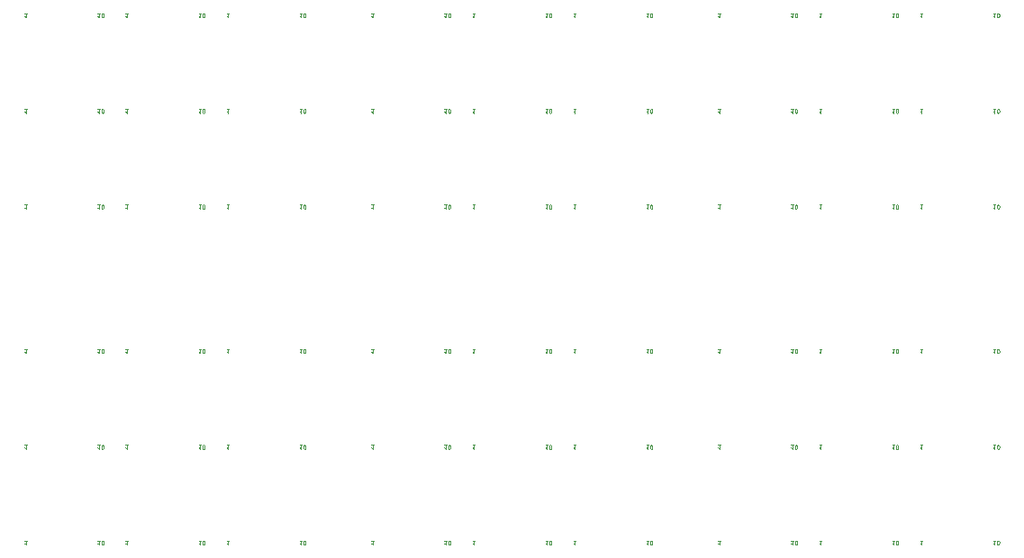
<source format=gbo>
G04 #@! TF.GenerationSoftware,KiCad,Pcbnew,7.0.11*
G04 #@! TF.CreationDate,2024-05-30T18:22:35+10:00*
G04 #@! TF.ProjectId,PercPlugPanel_v1.02,50657263-506c-4756-9750-616e656c5f76,rev?*
G04 #@! TF.SameCoordinates,Original*
G04 #@! TF.FileFunction,Legend,Bot*
G04 #@! TF.FilePolarity,Positive*
%FSLAX46Y46*%
G04 Gerber Fmt 4.6, Leading zero omitted, Abs format (unit mm)*
G04 Created by KiCad (PCBNEW 7.0.11) date 2024-05-30 18:22:35*
%MOMM*%
%LPD*%
G01*
G04 APERTURE LIST*
%ADD10C,0.032512*%
G04 APERTURE END LIST*
D10*
X98686825Y-87428722D02*
X98473174Y-87428722D01*
X98579999Y-87428722D02*
X98579999Y-87802610D01*
X98579999Y-87802610D02*
X98544391Y-87749198D01*
X98544391Y-87749198D02*
X98508783Y-87713589D01*
X98508783Y-87713589D02*
X98473174Y-87695785D01*
X105548783Y-87428722D02*
X105335132Y-87428722D01*
X105441957Y-87428722D02*
X105441957Y-87802610D01*
X105441957Y-87802610D02*
X105406349Y-87749198D01*
X105406349Y-87749198D02*
X105370741Y-87713589D01*
X105370741Y-87713589D02*
X105335132Y-87695785D01*
X105780237Y-87802610D02*
X105815846Y-87802610D01*
X105815846Y-87802610D02*
X105851454Y-87784806D01*
X105851454Y-87784806D02*
X105869258Y-87767002D01*
X105869258Y-87767002D02*
X105887062Y-87731394D01*
X105887062Y-87731394D02*
X105904867Y-87660177D01*
X105904867Y-87660177D02*
X105904867Y-87571156D01*
X105904867Y-87571156D02*
X105887062Y-87499939D01*
X105887062Y-87499939D02*
X105869258Y-87464331D01*
X105869258Y-87464331D02*
X105851454Y-87446527D01*
X105851454Y-87446527D02*
X105815846Y-87428722D01*
X105815846Y-87428722D02*
X105780237Y-87428722D01*
X105780237Y-87428722D02*
X105744629Y-87446527D01*
X105744629Y-87446527D02*
X105726825Y-87464331D01*
X105726825Y-87464331D02*
X105709020Y-87499939D01*
X105709020Y-87499939D02*
X105691216Y-87571156D01*
X105691216Y-87571156D02*
X105691216Y-87660177D01*
X105691216Y-87660177D02*
X105709020Y-87731394D01*
X105709020Y-87731394D02*
X105726825Y-87767002D01*
X105726825Y-87767002D02*
X105744629Y-87784806D01*
X105744629Y-87784806D02*
X105780237Y-87802610D01*
X72948783Y-105428722D02*
X72735132Y-105428722D01*
X72841957Y-105428722D02*
X72841957Y-105802610D01*
X72841957Y-105802610D02*
X72806349Y-105749198D01*
X72806349Y-105749198D02*
X72770741Y-105713589D01*
X72770741Y-105713589D02*
X72735132Y-105695785D01*
X73180237Y-105802610D02*
X73215846Y-105802610D01*
X73215846Y-105802610D02*
X73251454Y-105784806D01*
X73251454Y-105784806D02*
X73269258Y-105767002D01*
X73269258Y-105767002D02*
X73287062Y-105731394D01*
X73287062Y-105731394D02*
X73304867Y-105660177D01*
X73304867Y-105660177D02*
X73304867Y-105571156D01*
X73304867Y-105571156D02*
X73287062Y-105499939D01*
X73287062Y-105499939D02*
X73269258Y-105464331D01*
X73269258Y-105464331D02*
X73251454Y-105446527D01*
X73251454Y-105446527D02*
X73215846Y-105428722D01*
X73215846Y-105428722D02*
X73180237Y-105428722D01*
X73180237Y-105428722D02*
X73144629Y-105446527D01*
X73144629Y-105446527D02*
X73126825Y-105464331D01*
X73126825Y-105464331D02*
X73109020Y-105499939D01*
X73109020Y-105499939D02*
X73091216Y-105571156D01*
X73091216Y-105571156D02*
X73091216Y-105660177D01*
X73091216Y-105660177D02*
X73109020Y-105731394D01*
X73109020Y-105731394D02*
X73126825Y-105767002D01*
X73126825Y-105767002D02*
X73144629Y-105784806D01*
X73144629Y-105784806D02*
X73180237Y-105802610D01*
X66086825Y-105428722D02*
X65873174Y-105428722D01*
X65979999Y-105428722D02*
X65979999Y-105802610D01*
X65979999Y-105802610D02*
X65944391Y-105749198D01*
X65944391Y-105749198D02*
X65908783Y-105713589D01*
X65908783Y-105713589D02*
X65873174Y-105695785D01*
X147648783Y-73828722D02*
X147435132Y-73828722D01*
X147541957Y-73828722D02*
X147541957Y-74202610D01*
X147541957Y-74202610D02*
X147506349Y-74149198D01*
X147506349Y-74149198D02*
X147470741Y-74113589D01*
X147470741Y-74113589D02*
X147435132Y-74095785D01*
X147880237Y-74202610D02*
X147915846Y-74202610D01*
X147915846Y-74202610D02*
X147951454Y-74184806D01*
X147951454Y-74184806D02*
X147969258Y-74167002D01*
X147969258Y-74167002D02*
X147987062Y-74131394D01*
X147987062Y-74131394D02*
X148004867Y-74060177D01*
X148004867Y-74060177D02*
X148004867Y-73971156D01*
X148004867Y-73971156D02*
X147987062Y-73899939D01*
X147987062Y-73899939D02*
X147969258Y-73864331D01*
X147969258Y-73864331D02*
X147951454Y-73846527D01*
X147951454Y-73846527D02*
X147915846Y-73828722D01*
X147915846Y-73828722D02*
X147880237Y-73828722D01*
X147880237Y-73828722D02*
X147844629Y-73846527D01*
X147844629Y-73846527D02*
X147826825Y-73864331D01*
X147826825Y-73864331D02*
X147809020Y-73899939D01*
X147809020Y-73899939D02*
X147791216Y-73971156D01*
X147791216Y-73971156D02*
X147791216Y-74060177D01*
X147791216Y-74060177D02*
X147809020Y-74131394D01*
X147809020Y-74131394D02*
X147826825Y-74167002D01*
X147826825Y-74167002D02*
X147844629Y-74184806D01*
X147844629Y-74184806D02*
X147880237Y-74202610D01*
X140786825Y-73828722D02*
X140573174Y-73828722D01*
X140679999Y-73828722D02*
X140679999Y-74202610D01*
X140679999Y-74202610D02*
X140644391Y-74149198D01*
X140644391Y-74149198D02*
X140608783Y-74113589D01*
X140608783Y-74113589D02*
X140573174Y-74095785D01*
X82448783Y-64828722D02*
X82235132Y-64828722D01*
X82341957Y-64828722D02*
X82341957Y-65202610D01*
X82341957Y-65202610D02*
X82306349Y-65149198D01*
X82306349Y-65149198D02*
X82270741Y-65113589D01*
X82270741Y-65113589D02*
X82235132Y-65095785D01*
X82680237Y-65202610D02*
X82715846Y-65202610D01*
X82715846Y-65202610D02*
X82751454Y-65184806D01*
X82751454Y-65184806D02*
X82769258Y-65167002D01*
X82769258Y-65167002D02*
X82787062Y-65131394D01*
X82787062Y-65131394D02*
X82804867Y-65060177D01*
X82804867Y-65060177D02*
X82804867Y-64971156D01*
X82804867Y-64971156D02*
X82787062Y-64899939D01*
X82787062Y-64899939D02*
X82769258Y-64864331D01*
X82769258Y-64864331D02*
X82751454Y-64846527D01*
X82751454Y-64846527D02*
X82715846Y-64828722D01*
X82715846Y-64828722D02*
X82680237Y-64828722D01*
X82680237Y-64828722D02*
X82644629Y-64846527D01*
X82644629Y-64846527D02*
X82626825Y-64864331D01*
X82626825Y-64864331D02*
X82609020Y-64899939D01*
X82609020Y-64899939D02*
X82591216Y-64971156D01*
X82591216Y-64971156D02*
X82591216Y-65060177D01*
X82591216Y-65060177D02*
X82609020Y-65131394D01*
X82609020Y-65131394D02*
X82626825Y-65167002D01*
X82626825Y-65167002D02*
X82644629Y-65184806D01*
X82644629Y-65184806D02*
X82680237Y-65202610D01*
X75586825Y-64828722D02*
X75373174Y-64828722D01*
X75479999Y-64828722D02*
X75479999Y-65202610D01*
X75479999Y-65202610D02*
X75444391Y-65149198D01*
X75444391Y-65149198D02*
X75408783Y-65113589D01*
X75408783Y-65113589D02*
X75373174Y-65095785D01*
X140786825Y-96428722D02*
X140573174Y-96428722D01*
X140679999Y-96428722D02*
X140679999Y-96802610D01*
X140679999Y-96802610D02*
X140644391Y-96749198D01*
X140644391Y-96749198D02*
X140608783Y-96713589D01*
X140608783Y-96713589D02*
X140573174Y-96695785D01*
X147648783Y-96428722D02*
X147435132Y-96428722D01*
X147541957Y-96428722D02*
X147541957Y-96802610D01*
X147541957Y-96802610D02*
X147506349Y-96749198D01*
X147506349Y-96749198D02*
X147470741Y-96713589D01*
X147470741Y-96713589D02*
X147435132Y-96695785D01*
X147880237Y-96802610D02*
X147915846Y-96802610D01*
X147915846Y-96802610D02*
X147951454Y-96784806D01*
X147951454Y-96784806D02*
X147969258Y-96767002D01*
X147969258Y-96767002D02*
X147987062Y-96731394D01*
X147987062Y-96731394D02*
X148004867Y-96660177D01*
X148004867Y-96660177D02*
X148004867Y-96571156D01*
X148004867Y-96571156D02*
X147987062Y-96499939D01*
X147987062Y-96499939D02*
X147969258Y-96464331D01*
X147969258Y-96464331D02*
X147951454Y-96446527D01*
X147951454Y-96446527D02*
X147915846Y-96428722D01*
X147915846Y-96428722D02*
X147880237Y-96428722D01*
X147880237Y-96428722D02*
X147844629Y-96446527D01*
X147844629Y-96446527D02*
X147826825Y-96464331D01*
X147826825Y-96464331D02*
X147809020Y-96499939D01*
X147809020Y-96499939D02*
X147791216Y-96571156D01*
X147791216Y-96571156D02*
X147791216Y-96660177D01*
X147791216Y-96660177D02*
X147809020Y-96731394D01*
X147809020Y-96731394D02*
X147826825Y-96767002D01*
X147826825Y-96767002D02*
X147844629Y-96784806D01*
X147844629Y-96784806D02*
X147880237Y-96802610D01*
X89186826Y-64828722D02*
X88973175Y-64828722D01*
X89080000Y-64828722D02*
X89080000Y-65202610D01*
X89080000Y-65202610D02*
X89044392Y-65149198D01*
X89044392Y-65149198D02*
X89008784Y-65113589D01*
X89008784Y-65113589D02*
X88973175Y-65095785D01*
X96048784Y-64828722D02*
X95835133Y-64828722D01*
X95941958Y-64828722D02*
X95941958Y-65202610D01*
X95941958Y-65202610D02*
X95906350Y-65149198D01*
X95906350Y-65149198D02*
X95870742Y-65113589D01*
X95870742Y-65113589D02*
X95835133Y-65095785D01*
X96280238Y-65202610D02*
X96315847Y-65202610D01*
X96315847Y-65202610D02*
X96351455Y-65184806D01*
X96351455Y-65184806D02*
X96369259Y-65167002D01*
X96369259Y-65167002D02*
X96387063Y-65131394D01*
X96387063Y-65131394D02*
X96404868Y-65060177D01*
X96404868Y-65060177D02*
X96404868Y-64971156D01*
X96404868Y-64971156D02*
X96387063Y-64899939D01*
X96387063Y-64899939D02*
X96369259Y-64864331D01*
X96369259Y-64864331D02*
X96351455Y-64846527D01*
X96351455Y-64846527D02*
X96315847Y-64828722D01*
X96315847Y-64828722D02*
X96280238Y-64828722D01*
X96280238Y-64828722D02*
X96244630Y-64846527D01*
X96244630Y-64846527D02*
X96226826Y-64864331D01*
X96226826Y-64864331D02*
X96209021Y-64899939D01*
X96209021Y-64899939D02*
X96191217Y-64971156D01*
X96191217Y-64971156D02*
X96191217Y-65060177D01*
X96191217Y-65060177D02*
X96209021Y-65131394D01*
X96209021Y-65131394D02*
X96226826Y-65167002D01*
X96226826Y-65167002D02*
X96244630Y-65184806D01*
X96244630Y-65184806D02*
X96280238Y-65202610D01*
X108186825Y-96428722D02*
X107973174Y-96428722D01*
X108079999Y-96428722D02*
X108079999Y-96802610D01*
X108079999Y-96802610D02*
X108044391Y-96749198D01*
X108044391Y-96749198D02*
X108008783Y-96713589D01*
X108008783Y-96713589D02*
X107973174Y-96695785D01*
X115048783Y-96428722D02*
X114835132Y-96428722D01*
X114941957Y-96428722D02*
X114941957Y-96802610D01*
X114941957Y-96802610D02*
X114906349Y-96749198D01*
X114906349Y-96749198D02*
X114870741Y-96713589D01*
X114870741Y-96713589D02*
X114835132Y-96695785D01*
X115280237Y-96802610D02*
X115315846Y-96802610D01*
X115315846Y-96802610D02*
X115351454Y-96784806D01*
X115351454Y-96784806D02*
X115369258Y-96767002D01*
X115369258Y-96767002D02*
X115387062Y-96731394D01*
X115387062Y-96731394D02*
X115404867Y-96660177D01*
X115404867Y-96660177D02*
X115404867Y-96571156D01*
X115404867Y-96571156D02*
X115387062Y-96499939D01*
X115387062Y-96499939D02*
X115369258Y-96464331D01*
X115369258Y-96464331D02*
X115351454Y-96446527D01*
X115351454Y-96446527D02*
X115315846Y-96428722D01*
X115315846Y-96428722D02*
X115280237Y-96428722D01*
X115280237Y-96428722D02*
X115244629Y-96446527D01*
X115244629Y-96446527D02*
X115226825Y-96464331D01*
X115226825Y-96464331D02*
X115209020Y-96499939D01*
X115209020Y-96499939D02*
X115191216Y-96571156D01*
X115191216Y-96571156D02*
X115191216Y-96660177D01*
X115191216Y-96660177D02*
X115209020Y-96731394D01*
X115209020Y-96731394D02*
X115226825Y-96767002D01*
X115226825Y-96767002D02*
X115244629Y-96784806D01*
X115244629Y-96784806D02*
X115280237Y-96802610D01*
X121786826Y-64828722D02*
X121573175Y-64828722D01*
X121680000Y-64828722D02*
X121680000Y-65202610D01*
X121680000Y-65202610D02*
X121644392Y-65149198D01*
X121644392Y-65149198D02*
X121608784Y-65113589D01*
X121608784Y-65113589D02*
X121573175Y-65095785D01*
X128648784Y-64828722D02*
X128435133Y-64828722D01*
X128541958Y-64828722D02*
X128541958Y-65202610D01*
X128541958Y-65202610D02*
X128506350Y-65149198D01*
X128506350Y-65149198D02*
X128470742Y-65113589D01*
X128470742Y-65113589D02*
X128435133Y-65095785D01*
X128880238Y-65202610D02*
X128915847Y-65202610D01*
X128915847Y-65202610D02*
X128951455Y-65184806D01*
X128951455Y-65184806D02*
X128969259Y-65167002D01*
X128969259Y-65167002D02*
X128987063Y-65131394D01*
X128987063Y-65131394D02*
X129004868Y-65060177D01*
X129004868Y-65060177D02*
X129004868Y-64971156D01*
X129004868Y-64971156D02*
X128987063Y-64899939D01*
X128987063Y-64899939D02*
X128969259Y-64864331D01*
X128969259Y-64864331D02*
X128951455Y-64846527D01*
X128951455Y-64846527D02*
X128915847Y-64828722D01*
X128915847Y-64828722D02*
X128880238Y-64828722D01*
X128880238Y-64828722D02*
X128844630Y-64846527D01*
X128844630Y-64846527D02*
X128826826Y-64864331D01*
X128826826Y-64864331D02*
X128809021Y-64899939D01*
X128809021Y-64899939D02*
X128791217Y-64971156D01*
X128791217Y-64971156D02*
X128791217Y-65060177D01*
X128791217Y-65060177D02*
X128809021Y-65131394D01*
X128809021Y-65131394D02*
X128826826Y-65167002D01*
X128826826Y-65167002D02*
X128844630Y-65184806D01*
X128844630Y-65184806D02*
X128880238Y-65202610D01*
X82448783Y-73828722D02*
X82235132Y-73828722D01*
X82341957Y-73828722D02*
X82341957Y-74202610D01*
X82341957Y-74202610D02*
X82306349Y-74149198D01*
X82306349Y-74149198D02*
X82270741Y-74113589D01*
X82270741Y-74113589D02*
X82235132Y-74095785D01*
X82680237Y-74202610D02*
X82715846Y-74202610D01*
X82715846Y-74202610D02*
X82751454Y-74184806D01*
X82751454Y-74184806D02*
X82769258Y-74167002D01*
X82769258Y-74167002D02*
X82787062Y-74131394D01*
X82787062Y-74131394D02*
X82804867Y-74060177D01*
X82804867Y-74060177D02*
X82804867Y-73971156D01*
X82804867Y-73971156D02*
X82787062Y-73899939D01*
X82787062Y-73899939D02*
X82769258Y-73864331D01*
X82769258Y-73864331D02*
X82751454Y-73846527D01*
X82751454Y-73846527D02*
X82715846Y-73828722D01*
X82715846Y-73828722D02*
X82680237Y-73828722D01*
X82680237Y-73828722D02*
X82644629Y-73846527D01*
X82644629Y-73846527D02*
X82626825Y-73864331D01*
X82626825Y-73864331D02*
X82609020Y-73899939D01*
X82609020Y-73899939D02*
X82591216Y-73971156D01*
X82591216Y-73971156D02*
X82591216Y-74060177D01*
X82591216Y-74060177D02*
X82609020Y-74131394D01*
X82609020Y-74131394D02*
X82626825Y-74167002D01*
X82626825Y-74167002D02*
X82644629Y-74184806D01*
X82644629Y-74184806D02*
X82680237Y-74202610D01*
X75586825Y-73828722D02*
X75373174Y-73828722D01*
X75479999Y-73828722D02*
X75479999Y-74202610D01*
X75479999Y-74202610D02*
X75444391Y-74149198D01*
X75444391Y-74149198D02*
X75408783Y-74113589D01*
X75408783Y-74113589D02*
X75373174Y-74095785D01*
X131286825Y-96428722D02*
X131073174Y-96428722D01*
X131179999Y-96428722D02*
X131179999Y-96802610D01*
X131179999Y-96802610D02*
X131144391Y-96749198D01*
X131144391Y-96749198D02*
X131108783Y-96713589D01*
X131108783Y-96713589D02*
X131073174Y-96695785D01*
X138148783Y-96428722D02*
X137935132Y-96428722D01*
X138041957Y-96428722D02*
X138041957Y-96802610D01*
X138041957Y-96802610D02*
X138006349Y-96749198D01*
X138006349Y-96749198D02*
X137970741Y-96713589D01*
X137970741Y-96713589D02*
X137935132Y-96695785D01*
X138380237Y-96802610D02*
X138415846Y-96802610D01*
X138415846Y-96802610D02*
X138451454Y-96784806D01*
X138451454Y-96784806D02*
X138469258Y-96767002D01*
X138469258Y-96767002D02*
X138487062Y-96731394D01*
X138487062Y-96731394D02*
X138504867Y-96660177D01*
X138504867Y-96660177D02*
X138504867Y-96571156D01*
X138504867Y-96571156D02*
X138487062Y-96499939D01*
X138487062Y-96499939D02*
X138469258Y-96464331D01*
X138469258Y-96464331D02*
X138451454Y-96446527D01*
X138451454Y-96446527D02*
X138415846Y-96428722D01*
X138415846Y-96428722D02*
X138380237Y-96428722D01*
X138380237Y-96428722D02*
X138344629Y-96446527D01*
X138344629Y-96446527D02*
X138326825Y-96464331D01*
X138326825Y-96464331D02*
X138309020Y-96499939D01*
X138309020Y-96499939D02*
X138291216Y-96571156D01*
X138291216Y-96571156D02*
X138291216Y-96660177D01*
X138291216Y-96660177D02*
X138309020Y-96731394D01*
X138309020Y-96731394D02*
X138326825Y-96767002D01*
X138326825Y-96767002D02*
X138344629Y-96784806D01*
X138344629Y-96784806D02*
X138380237Y-96802610D01*
X89186826Y-73828722D02*
X88973175Y-73828722D01*
X89080000Y-73828722D02*
X89080000Y-74202610D01*
X89080000Y-74202610D02*
X89044392Y-74149198D01*
X89044392Y-74149198D02*
X89008784Y-74113589D01*
X89008784Y-74113589D02*
X88973175Y-74095785D01*
X96048784Y-73828722D02*
X95835133Y-73828722D01*
X95941958Y-73828722D02*
X95941958Y-74202610D01*
X95941958Y-74202610D02*
X95906350Y-74149198D01*
X95906350Y-74149198D02*
X95870742Y-74113589D01*
X95870742Y-74113589D02*
X95835133Y-74095785D01*
X96280238Y-74202610D02*
X96315847Y-74202610D01*
X96315847Y-74202610D02*
X96351455Y-74184806D01*
X96351455Y-74184806D02*
X96369259Y-74167002D01*
X96369259Y-74167002D02*
X96387063Y-74131394D01*
X96387063Y-74131394D02*
X96404868Y-74060177D01*
X96404868Y-74060177D02*
X96404868Y-73971156D01*
X96404868Y-73971156D02*
X96387063Y-73899939D01*
X96387063Y-73899939D02*
X96369259Y-73864331D01*
X96369259Y-73864331D02*
X96351455Y-73846527D01*
X96351455Y-73846527D02*
X96315847Y-73828722D01*
X96315847Y-73828722D02*
X96280238Y-73828722D01*
X96280238Y-73828722D02*
X96244630Y-73846527D01*
X96244630Y-73846527D02*
X96226826Y-73864331D01*
X96226826Y-73864331D02*
X96209021Y-73899939D01*
X96209021Y-73899939D02*
X96191217Y-73971156D01*
X96191217Y-73971156D02*
X96191217Y-74060177D01*
X96191217Y-74060177D02*
X96209021Y-74131394D01*
X96209021Y-74131394D02*
X96226826Y-74167002D01*
X96226826Y-74167002D02*
X96244630Y-74184806D01*
X96244630Y-74184806D02*
X96280238Y-74202610D01*
X82448783Y-55828722D02*
X82235132Y-55828722D01*
X82341957Y-55828722D02*
X82341957Y-56202610D01*
X82341957Y-56202610D02*
X82306349Y-56149198D01*
X82306349Y-56149198D02*
X82270741Y-56113589D01*
X82270741Y-56113589D02*
X82235132Y-56095785D01*
X82680237Y-56202610D02*
X82715846Y-56202610D01*
X82715846Y-56202610D02*
X82751454Y-56184806D01*
X82751454Y-56184806D02*
X82769258Y-56167002D01*
X82769258Y-56167002D02*
X82787062Y-56131394D01*
X82787062Y-56131394D02*
X82804867Y-56060177D01*
X82804867Y-56060177D02*
X82804867Y-55971156D01*
X82804867Y-55971156D02*
X82787062Y-55899939D01*
X82787062Y-55899939D02*
X82769258Y-55864331D01*
X82769258Y-55864331D02*
X82751454Y-55846527D01*
X82751454Y-55846527D02*
X82715846Y-55828722D01*
X82715846Y-55828722D02*
X82680237Y-55828722D01*
X82680237Y-55828722D02*
X82644629Y-55846527D01*
X82644629Y-55846527D02*
X82626825Y-55864331D01*
X82626825Y-55864331D02*
X82609020Y-55899939D01*
X82609020Y-55899939D02*
X82591216Y-55971156D01*
X82591216Y-55971156D02*
X82591216Y-56060177D01*
X82591216Y-56060177D02*
X82609020Y-56131394D01*
X82609020Y-56131394D02*
X82626825Y-56167002D01*
X82626825Y-56167002D02*
X82644629Y-56184806D01*
X82644629Y-56184806D02*
X82680237Y-56202610D01*
X75586825Y-55828722D02*
X75373174Y-55828722D01*
X75479999Y-55828722D02*
X75479999Y-56202610D01*
X75479999Y-56202610D02*
X75444391Y-56149198D01*
X75444391Y-56149198D02*
X75408783Y-56113589D01*
X75408783Y-56113589D02*
X75373174Y-56095785D01*
X121786826Y-96428722D02*
X121573175Y-96428722D01*
X121680000Y-96428722D02*
X121680000Y-96802610D01*
X121680000Y-96802610D02*
X121644392Y-96749198D01*
X121644392Y-96749198D02*
X121608784Y-96713589D01*
X121608784Y-96713589D02*
X121573175Y-96695785D01*
X128648784Y-96428722D02*
X128435133Y-96428722D01*
X128541958Y-96428722D02*
X128541958Y-96802610D01*
X128541958Y-96802610D02*
X128506350Y-96749198D01*
X128506350Y-96749198D02*
X128470742Y-96713589D01*
X128470742Y-96713589D02*
X128435133Y-96695785D01*
X128880238Y-96802610D02*
X128915847Y-96802610D01*
X128915847Y-96802610D02*
X128951455Y-96784806D01*
X128951455Y-96784806D02*
X128969259Y-96767002D01*
X128969259Y-96767002D02*
X128987063Y-96731394D01*
X128987063Y-96731394D02*
X129004868Y-96660177D01*
X129004868Y-96660177D02*
X129004868Y-96571156D01*
X129004868Y-96571156D02*
X128987063Y-96499939D01*
X128987063Y-96499939D02*
X128969259Y-96464331D01*
X128969259Y-96464331D02*
X128951455Y-96446527D01*
X128951455Y-96446527D02*
X128915847Y-96428722D01*
X128915847Y-96428722D02*
X128880238Y-96428722D01*
X128880238Y-96428722D02*
X128844630Y-96446527D01*
X128844630Y-96446527D02*
X128826826Y-96464331D01*
X128826826Y-96464331D02*
X128809021Y-96499939D01*
X128809021Y-96499939D02*
X128791217Y-96571156D01*
X128791217Y-96571156D02*
X128791217Y-96660177D01*
X128791217Y-96660177D02*
X128809021Y-96731394D01*
X128809021Y-96731394D02*
X128826826Y-96767002D01*
X128826826Y-96767002D02*
X128844630Y-96784806D01*
X128844630Y-96784806D02*
X128880238Y-96802610D01*
X138148783Y-73828722D02*
X137935132Y-73828722D01*
X138041957Y-73828722D02*
X138041957Y-74202610D01*
X138041957Y-74202610D02*
X138006349Y-74149198D01*
X138006349Y-74149198D02*
X137970741Y-74113589D01*
X137970741Y-74113589D02*
X137935132Y-74095785D01*
X138380237Y-74202610D02*
X138415846Y-74202610D01*
X138415846Y-74202610D02*
X138451454Y-74184806D01*
X138451454Y-74184806D02*
X138469258Y-74167002D01*
X138469258Y-74167002D02*
X138487062Y-74131394D01*
X138487062Y-74131394D02*
X138504867Y-74060177D01*
X138504867Y-74060177D02*
X138504867Y-73971156D01*
X138504867Y-73971156D02*
X138487062Y-73899939D01*
X138487062Y-73899939D02*
X138469258Y-73864331D01*
X138469258Y-73864331D02*
X138451454Y-73846527D01*
X138451454Y-73846527D02*
X138415846Y-73828722D01*
X138415846Y-73828722D02*
X138380237Y-73828722D01*
X138380237Y-73828722D02*
X138344629Y-73846527D01*
X138344629Y-73846527D02*
X138326825Y-73864331D01*
X138326825Y-73864331D02*
X138309020Y-73899939D01*
X138309020Y-73899939D02*
X138291216Y-73971156D01*
X138291216Y-73971156D02*
X138291216Y-74060177D01*
X138291216Y-74060177D02*
X138309020Y-74131394D01*
X138309020Y-74131394D02*
X138326825Y-74167002D01*
X138326825Y-74167002D02*
X138344629Y-74184806D01*
X138344629Y-74184806D02*
X138380237Y-74202610D01*
X131286825Y-73828722D02*
X131073174Y-73828722D01*
X131179999Y-73828722D02*
X131179999Y-74202610D01*
X131179999Y-74202610D02*
X131144391Y-74149198D01*
X131144391Y-74149198D02*
X131108783Y-74113589D01*
X131108783Y-74113589D02*
X131073174Y-74095785D01*
X115048783Y-105428722D02*
X114835132Y-105428722D01*
X114941957Y-105428722D02*
X114941957Y-105802610D01*
X114941957Y-105802610D02*
X114906349Y-105749198D01*
X114906349Y-105749198D02*
X114870741Y-105713589D01*
X114870741Y-105713589D02*
X114835132Y-105695785D01*
X115280237Y-105802610D02*
X115315846Y-105802610D01*
X115315846Y-105802610D02*
X115351454Y-105784806D01*
X115351454Y-105784806D02*
X115369258Y-105767002D01*
X115369258Y-105767002D02*
X115387062Y-105731394D01*
X115387062Y-105731394D02*
X115404867Y-105660177D01*
X115404867Y-105660177D02*
X115404867Y-105571156D01*
X115404867Y-105571156D02*
X115387062Y-105499939D01*
X115387062Y-105499939D02*
X115369258Y-105464331D01*
X115369258Y-105464331D02*
X115351454Y-105446527D01*
X115351454Y-105446527D02*
X115315846Y-105428722D01*
X115315846Y-105428722D02*
X115280237Y-105428722D01*
X115280237Y-105428722D02*
X115244629Y-105446527D01*
X115244629Y-105446527D02*
X115226825Y-105464331D01*
X115226825Y-105464331D02*
X115209020Y-105499939D01*
X115209020Y-105499939D02*
X115191216Y-105571156D01*
X115191216Y-105571156D02*
X115191216Y-105660177D01*
X115191216Y-105660177D02*
X115209020Y-105731394D01*
X115209020Y-105731394D02*
X115226825Y-105767002D01*
X115226825Y-105767002D02*
X115244629Y-105784806D01*
X115244629Y-105784806D02*
X115280237Y-105802610D01*
X108186825Y-105428722D02*
X107973174Y-105428722D01*
X108079999Y-105428722D02*
X108079999Y-105802610D01*
X108079999Y-105802610D02*
X108044391Y-105749198D01*
X108044391Y-105749198D02*
X108008783Y-105713589D01*
X108008783Y-105713589D02*
X107973174Y-105695785D01*
X121786826Y-87428722D02*
X121573175Y-87428722D01*
X121680000Y-87428722D02*
X121680000Y-87802610D01*
X121680000Y-87802610D02*
X121644392Y-87749198D01*
X121644392Y-87749198D02*
X121608784Y-87713589D01*
X121608784Y-87713589D02*
X121573175Y-87695785D01*
X128648784Y-87428722D02*
X128435133Y-87428722D01*
X128541958Y-87428722D02*
X128541958Y-87802610D01*
X128541958Y-87802610D02*
X128506350Y-87749198D01*
X128506350Y-87749198D02*
X128470742Y-87713589D01*
X128470742Y-87713589D02*
X128435133Y-87695785D01*
X128880238Y-87802610D02*
X128915847Y-87802610D01*
X128915847Y-87802610D02*
X128951455Y-87784806D01*
X128951455Y-87784806D02*
X128969259Y-87767002D01*
X128969259Y-87767002D02*
X128987063Y-87731394D01*
X128987063Y-87731394D02*
X129004868Y-87660177D01*
X129004868Y-87660177D02*
X129004868Y-87571156D01*
X129004868Y-87571156D02*
X128987063Y-87499939D01*
X128987063Y-87499939D02*
X128969259Y-87464331D01*
X128969259Y-87464331D02*
X128951455Y-87446527D01*
X128951455Y-87446527D02*
X128915847Y-87428722D01*
X128915847Y-87428722D02*
X128880238Y-87428722D01*
X128880238Y-87428722D02*
X128844630Y-87446527D01*
X128844630Y-87446527D02*
X128826826Y-87464331D01*
X128826826Y-87464331D02*
X128809021Y-87499939D01*
X128809021Y-87499939D02*
X128791217Y-87571156D01*
X128791217Y-87571156D02*
X128791217Y-87660177D01*
X128791217Y-87660177D02*
X128809021Y-87731394D01*
X128809021Y-87731394D02*
X128826826Y-87767002D01*
X128826826Y-87767002D02*
X128844630Y-87784806D01*
X128844630Y-87784806D02*
X128880238Y-87802610D01*
X138148783Y-87428722D02*
X137935132Y-87428722D01*
X138041957Y-87428722D02*
X138041957Y-87802610D01*
X138041957Y-87802610D02*
X138006349Y-87749198D01*
X138006349Y-87749198D02*
X137970741Y-87713589D01*
X137970741Y-87713589D02*
X137935132Y-87695785D01*
X138380237Y-87802610D02*
X138415846Y-87802610D01*
X138415846Y-87802610D02*
X138451454Y-87784806D01*
X138451454Y-87784806D02*
X138469258Y-87767002D01*
X138469258Y-87767002D02*
X138487062Y-87731394D01*
X138487062Y-87731394D02*
X138504867Y-87660177D01*
X138504867Y-87660177D02*
X138504867Y-87571156D01*
X138504867Y-87571156D02*
X138487062Y-87499939D01*
X138487062Y-87499939D02*
X138469258Y-87464331D01*
X138469258Y-87464331D02*
X138451454Y-87446527D01*
X138451454Y-87446527D02*
X138415846Y-87428722D01*
X138415846Y-87428722D02*
X138380237Y-87428722D01*
X138380237Y-87428722D02*
X138344629Y-87446527D01*
X138344629Y-87446527D02*
X138326825Y-87464331D01*
X138326825Y-87464331D02*
X138309020Y-87499939D01*
X138309020Y-87499939D02*
X138291216Y-87571156D01*
X138291216Y-87571156D02*
X138291216Y-87660177D01*
X138291216Y-87660177D02*
X138309020Y-87731394D01*
X138309020Y-87731394D02*
X138326825Y-87767002D01*
X138326825Y-87767002D02*
X138344629Y-87784806D01*
X138344629Y-87784806D02*
X138380237Y-87802610D01*
X131286825Y-87428722D02*
X131073174Y-87428722D01*
X131179999Y-87428722D02*
X131179999Y-87802610D01*
X131179999Y-87802610D02*
X131144391Y-87749198D01*
X131144391Y-87749198D02*
X131108783Y-87713589D01*
X131108783Y-87713589D02*
X131073174Y-87695785D01*
X72948783Y-96428722D02*
X72735132Y-96428722D01*
X72841957Y-96428722D02*
X72841957Y-96802610D01*
X72841957Y-96802610D02*
X72806349Y-96749198D01*
X72806349Y-96749198D02*
X72770741Y-96713589D01*
X72770741Y-96713589D02*
X72735132Y-96695785D01*
X73180237Y-96802610D02*
X73215846Y-96802610D01*
X73215846Y-96802610D02*
X73251454Y-96784806D01*
X73251454Y-96784806D02*
X73269258Y-96767002D01*
X73269258Y-96767002D02*
X73287062Y-96731394D01*
X73287062Y-96731394D02*
X73304867Y-96660177D01*
X73304867Y-96660177D02*
X73304867Y-96571156D01*
X73304867Y-96571156D02*
X73287062Y-96499939D01*
X73287062Y-96499939D02*
X73269258Y-96464331D01*
X73269258Y-96464331D02*
X73251454Y-96446527D01*
X73251454Y-96446527D02*
X73215846Y-96428722D01*
X73215846Y-96428722D02*
X73180237Y-96428722D01*
X73180237Y-96428722D02*
X73144629Y-96446527D01*
X73144629Y-96446527D02*
X73126825Y-96464331D01*
X73126825Y-96464331D02*
X73109020Y-96499939D01*
X73109020Y-96499939D02*
X73091216Y-96571156D01*
X73091216Y-96571156D02*
X73091216Y-96660177D01*
X73091216Y-96660177D02*
X73109020Y-96731394D01*
X73109020Y-96731394D02*
X73126825Y-96767002D01*
X73126825Y-96767002D02*
X73144629Y-96784806D01*
X73144629Y-96784806D02*
X73180237Y-96802610D01*
X66086825Y-96428722D02*
X65873174Y-96428722D01*
X65979999Y-96428722D02*
X65979999Y-96802610D01*
X65979999Y-96802610D02*
X65944391Y-96749198D01*
X65944391Y-96749198D02*
X65908783Y-96713589D01*
X65908783Y-96713589D02*
X65873174Y-96695785D01*
X96048784Y-105428722D02*
X95835133Y-105428722D01*
X95941958Y-105428722D02*
X95941958Y-105802610D01*
X95941958Y-105802610D02*
X95906350Y-105749198D01*
X95906350Y-105749198D02*
X95870742Y-105713589D01*
X95870742Y-105713589D02*
X95835133Y-105695785D01*
X96280238Y-105802610D02*
X96315847Y-105802610D01*
X96315847Y-105802610D02*
X96351455Y-105784806D01*
X96351455Y-105784806D02*
X96369259Y-105767002D01*
X96369259Y-105767002D02*
X96387063Y-105731394D01*
X96387063Y-105731394D02*
X96404868Y-105660177D01*
X96404868Y-105660177D02*
X96404868Y-105571156D01*
X96404868Y-105571156D02*
X96387063Y-105499939D01*
X96387063Y-105499939D02*
X96369259Y-105464331D01*
X96369259Y-105464331D02*
X96351455Y-105446527D01*
X96351455Y-105446527D02*
X96315847Y-105428722D01*
X96315847Y-105428722D02*
X96280238Y-105428722D01*
X96280238Y-105428722D02*
X96244630Y-105446527D01*
X96244630Y-105446527D02*
X96226826Y-105464331D01*
X96226826Y-105464331D02*
X96209021Y-105499939D01*
X96209021Y-105499939D02*
X96191217Y-105571156D01*
X96191217Y-105571156D02*
X96191217Y-105660177D01*
X96191217Y-105660177D02*
X96209021Y-105731394D01*
X96209021Y-105731394D02*
X96226826Y-105767002D01*
X96226826Y-105767002D02*
X96244630Y-105784806D01*
X96244630Y-105784806D02*
X96280238Y-105802610D01*
X89186826Y-105428722D02*
X88973175Y-105428722D01*
X89080000Y-105428722D02*
X89080000Y-105802610D01*
X89080000Y-105802610D02*
X89044392Y-105749198D01*
X89044392Y-105749198D02*
X89008784Y-105713589D01*
X89008784Y-105713589D02*
X88973175Y-105695785D01*
X128648784Y-55828722D02*
X128435133Y-55828722D01*
X128541958Y-55828722D02*
X128541958Y-56202610D01*
X128541958Y-56202610D02*
X128506350Y-56149198D01*
X128506350Y-56149198D02*
X128470742Y-56113589D01*
X128470742Y-56113589D02*
X128435133Y-56095785D01*
X128880238Y-56202610D02*
X128915847Y-56202610D01*
X128915847Y-56202610D02*
X128951455Y-56184806D01*
X128951455Y-56184806D02*
X128969259Y-56167002D01*
X128969259Y-56167002D02*
X128987063Y-56131394D01*
X128987063Y-56131394D02*
X129004868Y-56060177D01*
X129004868Y-56060177D02*
X129004868Y-55971156D01*
X129004868Y-55971156D02*
X128987063Y-55899939D01*
X128987063Y-55899939D02*
X128969259Y-55864331D01*
X128969259Y-55864331D02*
X128951455Y-55846527D01*
X128951455Y-55846527D02*
X128915847Y-55828722D01*
X128915847Y-55828722D02*
X128880238Y-55828722D01*
X128880238Y-55828722D02*
X128844630Y-55846527D01*
X128844630Y-55846527D02*
X128826826Y-55864331D01*
X128826826Y-55864331D02*
X128809021Y-55899939D01*
X128809021Y-55899939D02*
X128791217Y-55971156D01*
X128791217Y-55971156D02*
X128791217Y-56060177D01*
X128791217Y-56060177D02*
X128809021Y-56131394D01*
X128809021Y-56131394D02*
X128826826Y-56167002D01*
X128826826Y-56167002D02*
X128844630Y-56184806D01*
X128844630Y-56184806D02*
X128880238Y-56202610D01*
X121786826Y-55828722D02*
X121573175Y-55828722D01*
X121680000Y-55828722D02*
X121680000Y-56202610D01*
X121680000Y-56202610D02*
X121644392Y-56149198D01*
X121644392Y-56149198D02*
X121608784Y-56113589D01*
X121608784Y-56113589D02*
X121573175Y-56095785D01*
X75586825Y-87428722D02*
X75373174Y-87428722D01*
X75479999Y-87428722D02*
X75479999Y-87802610D01*
X75479999Y-87802610D02*
X75444391Y-87749198D01*
X75444391Y-87749198D02*
X75408783Y-87713589D01*
X75408783Y-87713589D02*
X75373174Y-87695785D01*
X82448783Y-87428722D02*
X82235132Y-87428722D01*
X82341957Y-87428722D02*
X82341957Y-87802610D01*
X82341957Y-87802610D02*
X82306349Y-87749198D01*
X82306349Y-87749198D02*
X82270741Y-87713589D01*
X82270741Y-87713589D02*
X82235132Y-87695785D01*
X82680237Y-87802610D02*
X82715846Y-87802610D01*
X82715846Y-87802610D02*
X82751454Y-87784806D01*
X82751454Y-87784806D02*
X82769258Y-87767002D01*
X82769258Y-87767002D02*
X82787062Y-87731394D01*
X82787062Y-87731394D02*
X82804867Y-87660177D01*
X82804867Y-87660177D02*
X82804867Y-87571156D01*
X82804867Y-87571156D02*
X82787062Y-87499939D01*
X82787062Y-87499939D02*
X82769258Y-87464331D01*
X82769258Y-87464331D02*
X82751454Y-87446527D01*
X82751454Y-87446527D02*
X82715846Y-87428722D01*
X82715846Y-87428722D02*
X82680237Y-87428722D01*
X82680237Y-87428722D02*
X82644629Y-87446527D01*
X82644629Y-87446527D02*
X82626825Y-87464331D01*
X82626825Y-87464331D02*
X82609020Y-87499939D01*
X82609020Y-87499939D02*
X82591216Y-87571156D01*
X82591216Y-87571156D02*
X82591216Y-87660177D01*
X82591216Y-87660177D02*
X82609020Y-87731394D01*
X82609020Y-87731394D02*
X82626825Y-87767002D01*
X82626825Y-87767002D02*
X82644629Y-87784806D01*
X82644629Y-87784806D02*
X82680237Y-87802610D01*
X147648783Y-55828722D02*
X147435132Y-55828722D01*
X147541957Y-55828722D02*
X147541957Y-56202610D01*
X147541957Y-56202610D02*
X147506349Y-56149198D01*
X147506349Y-56149198D02*
X147470741Y-56113589D01*
X147470741Y-56113589D02*
X147435132Y-56095785D01*
X147880237Y-56202610D02*
X147915846Y-56202610D01*
X147915846Y-56202610D02*
X147951454Y-56184806D01*
X147951454Y-56184806D02*
X147969258Y-56167002D01*
X147969258Y-56167002D02*
X147987062Y-56131394D01*
X147987062Y-56131394D02*
X148004867Y-56060177D01*
X148004867Y-56060177D02*
X148004867Y-55971156D01*
X148004867Y-55971156D02*
X147987062Y-55899939D01*
X147987062Y-55899939D02*
X147969258Y-55864331D01*
X147969258Y-55864331D02*
X147951454Y-55846527D01*
X147951454Y-55846527D02*
X147915846Y-55828722D01*
X147915846Y-55828722D02*
X147880237Y-55828722D01*
X147880237Y-55828722D02*
X147844629Y-55846527D01*
X147844629Y-55846527D02*
X147826825Y-55864331D01*
X147826825Y-55864331D02*
X147809020Y-55899939D01*
X147809020Y-55899939D02*
X147791216Y-55971156D01*
X147791216Y-55971156D02*
X147791216Y-56060177D01*
X147791216Y-56060177D02*
X147809020Y-56131394D01*
X147809020Y-56131394D02*
X147826825Y-56167002D01*
X147826825Y-56167002D02*
X147844629Y-56184806D01*
X147844629Y-56184806D02*
X147880237Y-56202610D01*
X140786825Y-55828722D02*
X140573174Y-55828722D01*
X140679999Y-55828722D02*
X140679999Y-56202610D01*
X140679999Y-56202610D02*
X140644391Y-56149198D01*
X140644391Y-56149198D02*
X140608783Y-56113589D01*
X140608783Y-56113589D02*
X140573174Y-56095785D01*
X108186825Y-73828722D02*
X107973174Y-73828722D01*
X108079999Y-73828722D02*
X108079999Y-74202610D01*
X108079999Y-74202610D02*
X108044391Y-74149198D01*
X108044391Y-74149198D02*
X108008783Y-74113589D01*
X108008783Y-74113589D02*
X107973174Y-74095785D01*
X115048783Y-73828722D02*
X114835132Y-73828722D01*
X114941957Y-73828722D02*
X114941957Y-74202610D01*
X114941957Y-74202610D02*
X114906349Y-74149198D01*
X114906349Y-74149198D02*
X114870741Y-74113589D01*
X114870741Y-74113589D02*
X114835132Y-74095785D01*
X115280237Y-74202610D02*
X115315846Y-74202610D01*
X115315846Y-74202610D02*
X115351454Y-74184806D01*
X115351454Y-74184806D02*
X115369258Y-74167002D01*
X115369258Y-74167002D02*
X115387062Y-74131394D01*
X115387062Y-74131394D02*
X115404867Y-74060177D01*
X115404867Y-74060177D02*
X115404867Y-73971156D01*
X115404867Y-73971156D02*
X115387062Y-73899939D01*
X115387062Y-73899939D02*
X115369258Y-73864331D01*
X115369258Y-73864331D02*
X115351454Y-73846527D01*
X115351454Y-73846527D02*
X115315846Y-73828722D01*
X115315846Y-73828722D02*
X115280237Y-73828722D01*
X115280237Y-73828722D02*
X115244629Y-73846527D01*
X115244629Y-73846527D02*
X115226825Y-73864331D01*
X115226825Y-73864331D02*
X115209020Y-73899939D01*
X115209020Y-73899939D02*
X115191216Y-73971156D01*
X115191216Y-73971156D02*
X115191216Y-74060177D01*
X115191216Y-74060177D02*
X115209020Y-74131394D01*
X115209020Y-74131394D02*
X115226825Y-74167002D01*
X115226825Y-74167002D02*
X115244629Y-74184806D01*
X115244629Y-74184806D02*
X115280237Y-74202610D01*
X105548783Y-96428722D02*
X105335132Y-96428722D01*
X105441957Y-96428722D02*
X105441957Y-96802610D01*
X105441957Y-96802610D02*
X105406349Y-96749198D01*
X105406349Y-96749198D02*
X105370741Y-96713589D01*
X105370741Y-96713589D02*
X105335132Y-96695785D01*
X105780237Y-96802610D02*
X105815846Y-96802610D01*
X105815846Y-96802610D02*
X105851454Y-96784806D01*
X105851454Y-96784806D02*
X105869258Y-96767002D01*
X105869258Y-96767002D02*
X105887062Y-96731394D01*
X105887062Y-96731394D02*
X105904867Y-96660177D01*
X105904867Y-96660177D02*
X105904867Y-96571156D01*
X105904867Y-96571156D02*
X105887062Y-96499939D01*
X105887062Y-96499939D02*
X105869258Y-96464331D01*
X105869258Y-96464331D02*
X105851454Y-96446527D01*
X105851454Y-96446527D02*
X105815846Y-96428722D01*
X105815846Y-96428722D02*
X105780237Y-96428722D01*
X105780237Y-96428722D02*
X105744629Y-96446527D01*
X105744629Y-96446527D02*
X105726825Y-96464331D01*
X105726825Y-96464331D02*
X105709020Y-96499939D01*
X105709020Y-96499939D02*
X105691216Y-96571156D01*
X105691216Y-96571156D02*
X105691216Y-96660177D01*
X105691216Y-96660177D02*
X105709020Y-96731394D01*
X105709020Y-96731394D02*
X105726825Y-96767002D01*
X105726825Y-96767002D02*
X105744629Y-96784806D01*
X105744629Y-96784806D02*
X105780237Y-96802610D01*
X98686825Y-96428722D02*
X98473174Y-96428722D01*
X98579999Y-96428722D02*
X98579999Y-96802610D01*
X98579999Y-96802610D02*
X98544391Y-96749198D01*
X98544391Y-96749198D02*
X98508783Y-96713589D01*
X98508783Y-96713589D02*
X98473174Y-96695785D01*
X82448783Y-96428722D02*
X82235132Y-96428722D01*
X82341957Y-96428722D02*
X82341957Y-96802610D01*
X82341957Y-96802610D02*
X82306349Y-96749198D01*
X82306349Y-96749198D02*
X82270741Y-96713589D01*
X82270741Y-96713589D02*
X82235132Y-96695785D01*
X82680237Y-96802610D02*
X82715846Y-96802610D01*
X82715846Y-96802610D02*
X82751454Y-96784806D01*
X82751454Y-96784806D02*
X82769258Y-96767002D01*
X82769258Y-96767002D02*
X82787062Y-96731394D01*
X82787062Y-96731394D02*
X82804867Y-96660177D01*
X82804867Y-96660177D02*
X82804867Y-96571156D01*
X82804867Y-96571156D02*
X82787062Y-96499939D01*
X82787062Y-96499939D02*
X82769258Y-96464331D01*
X82769258Y-96464331D02*
X82751454Y-96446527D01*
X82751454Y-96446527D02*
X82715846Y-96428722D01*
X82715846Y-96428722D02*
X82680237Y-96428722D01*
X82680237Y-96428722D02*
X82644629Y-96446527D01*
X82644629Y-96446527D02*
X82626825Y-96464331D01*
X82626825Y-96464331D02*
X82609020Y-96499939D01*
X82609020Y-96499939D02*
X82591216Y-96571156D01*
X82591216Y-96571156D02*
X82591216Y-96660177D01*
X82591216Y-96660177D02*
X82609020Y-96731394D01*
X82609020Y-96731394D02*
X82626825Y-96767002D01*
X82626825Y-96767002D02*
X82644629Y-96784806D01*
X82644629Y-96784806D02*
X82680237Y-96802610D01*
X75586825Y-96428722D02*
X75373174Y-96428722D01*
X75479999Y-96428722D02*
X75479999Y-96802610D01*
X75479999Y-96802610D02*
X75444391Y-96749198D01*
X75444391Y-96749198D02*
X75408783Y-96713589D01*
X75408783Y-96713589D02*
X75373174Y-96695785D01*
X115048783Y-87428722D02*
X114835132Y-87428722D01*
X114941957Y-87428722D02*
X114941957Y-87802610D01*
X114941957Y-87802610D02*
X114906349Y-87749198D01*
X114906349Y-87749198D02*
X114870741Y-87713589D01*
X114870741Y-87713589D02*
X114835132Y-87695785D01*
X115280237Y-87802610D02*
X115315846Y-87802610D01*
X115315846Y-87802610D02*
X115351454Y-87784806D01*
X115351454Y-87784806D02*
X115369258Y-87767002D01*
X115369258Y-87767002D02*
X115387062Y-87731394D01*
X115387062Y-87731394D02*
X115404867Y-87660177D01*
X115404867Y-87660177D02*
X115404867Y-87571156D01*
X115404867Y-87571156D02*
X115387062Y-87499939D01*
X115387062Y-87499939D02*
X115369258Y-87464331D01*
X115369258Y-87464331D02*
X115351454Y-87446527D01*
X115351454Y-87446527D02*
X115315846Y-87428722D01*
X115315846Y-87428722D02*
X115280237Y-87428722D01*
X115280237Y-87428722D02*
X115244629Y-87446527D01*
X115244629Y-87446527D02*
X115226825Y-87464331D01*
X115226825Y-87464331D02*
X115209020Y-87499939D01*
X115209020Y-87499939D02*
X115191216Y-87571156D01*
X115191216Y-87571156D02*
X115191216Y-87660177D01*
X115191216Y-87660177D02*
X115209020Y-87731394D01*
X115209020Y-87731394D02*
X115226825Y-87767002D01*
X115226825Y-87767002D02*
X115244629Y-87784806D01*
X115244629Y-87784806D02*
X115280237Y-87802610D01*
X108186825Y-87428722D02*
X107973174Y-87428722D01*
X108079999Y-87428722D02*
X108079999Y-87802610D01*
X108079999Y-87802610D02*
X108044391Y-87749198D01*
X108044391Y-87749198D02*
X108008783Y-87713589D01*
X108008783Y-87713589D02*
X107973174Y-87695785D01*
X66086825Y-87428722D02*
X65873174Y-87428722D01*
X65979999Y-87428722D02*
X65979999Y-87802610D01*
X65979999Y-87802610D02*
X65944391Y-87749198D01*
X65944391Y-87749198D02*
X65908783Y-87713589D01*
X65908783Y-87713589D02*
X65873174Y-87695785D01*
X72948783Y-87428722D02*
X72735132Y-87428722D01*
X72841957Y-87428722D02*
X72841957Y-87802610D01*
X72841957Y-87802610D02*
X72806349Y-87749198D01*
X72806349Y-87749198D02*
X72770741Y-87713589D01*
X72770741Y-87713589D02*
X72735132Y-87695785D01*
X73180237Y-87802610D02*
X73215846Y-87802610D01*
X73215846Y-87802610D02*
X73251454Y-87784806D01*
X73251454Y-87784806D02*
X73269258Y-87767002D01*
X73269258Y-87767002D02*
X73287062Y-87731394D01*
X73287062Y-87731394D02*
X73304867Y-87660177D01*
X73304867Y-87660177D02*
X73304867Y-87571156D01*
X73304867Y-87571156D02*
X73287062Y-87499939D01*
X73287062Y-87499939D02*
X73269258Y-87464331D01*
X73269258Y-87464331D02*
X73251454Y-87446527D01*
X73251454Y-87446527D02*
X73215846Y-87428722D01*
X73215846Y-87428722D02*
X73180237Y-87428722D01*
X73180237Y-87428722D02*
X73144629Y-87446527D01*
X73144629Y-87446527D02*
X73126825Y-87464331D01*
X73126825Y-87464331D02*
X73109020Y-87499939D01*
X73109020Y-87499939D02*
X73091216Y-87571156D01*
X73091216Y-87571156D02*
X73091216Y-87660177D01*
X73091216Y-87660177D02*
X73109020Y-87731394D01*
X73109020Y-87731394D02*
X73126825Y-87767002D01*
X73126825Y-87767002D02*
X73144629Y-87784806D01*
X73144629Y-87784806D02*
X73180237Y-87802610D01*
X147648783Y-105428722D02*
X147435132Y-105428722D01*
X147541957Y-105428722D02*
X147541957Y-105802610D01*
X147541957Y-105802610D02*
X147506349Y-105749198D01*
X147506349Y-105749198D02*
X147470741Y-105713589D01*
X147470741Y-105713589D02*
X147435132Y-105695785D01*
X147880237Y-105802610D02*
X147915846Y-105802610D01*
X147915846Y-105802610D02*
X147951454Y-105784806D01*
X147951454Y-105784806D02*
X147969258Y-105767002D01*
X147969258Y-105767002D02*
X147987062Y-105731394D01*
X147987062Y-105731394D02*
X148004867Y-105660177D01*
X148004867Y-105660177D02*
X148004867Y-105571156D01*
X148004867Y-105571156D02*
X147987062Y-105499939D01*
X147987062Y-105499939D02*
X147969258Y-105464331D01*
X147969258Y-105464331D02*
X147951454Y-105446527D01*
X147951454Y-105446527D02*
X147915846Y-105428722D01*
X147915846Y-105428722D02*
X147880237Y-105428722D01*
X147880237Y-105428722D02*
X147844629Y-105446527D01*
X147844629Y-105446527D02*
X147826825Y-105464331D01*
X147826825Y-105464331D02*
X147809020Y-105499939D01*
X147809020Y-105499939D02*
X147791216Y-105571156D01*
X147791216Y-105571156D02*
X147791216Y-105660177D01*
X147791216Y-105660177D02*
X147809020Y-105731394D01*
X147809020Y-105731394D02*
X147826825Y-105767002D01*
X147826825Y-105767002D02*
X147844629Y-105784806D01*
X147844629Y-105784806D02*
X147880237Y-105802610D01*
X140786825Y-105428722D02*
X140573174Y-105428722D01*
X140679999Y-105428722D02*
X140679999Y-105802610D01*
X140679999Y-105802610D02*
X140644391Y-105749198D01*
X140644391Y-105749198D02*
X140608783Y-105713589D01*
X140608783Y-105713589D02*
X140573174Y-105695785D01*
X147648783Y-64828722D02*
X147435132Y-64828722D01*
X147541957Y-64828722D02*
X147541957Y-65202610D01*
X147541957Y-65202610D02*
X147506349Y-65149198D01*
X147506349Y-65149198D02*
X147470741Y-65113589D01*
X147470741Y-65113589D02*
X147435132Y-65095785D01*
X147880237Y-65202610D02*
X147915846Y-65202610D01*
X147915846Y-65202610D02*
X147951454Y-65184806D01*
X147951454Y-65184806D02*
X147969258Y-65167002D01*
X147969258Y-65167002D02*
X147987062Y-65131394D01*
X147987062Y-65131394D02*
X148004867Y-65060177D01*
X148004867Y-65060177D02*
X148004867Y-64971156D01*
X148004867Y-64971156D02*
X147987062Y-64899939D01*
X147987062Y-64899939D02*
X147969258Y-64864331D01*
X147969258Y-64864331D02*
X147951454Y-64846527D01*
X147951454Y-64846527D02*
X147915846Y-64828722D01*
X147915846Y-64828722D02*
X147880237Y-64828722D01*
X147880237Y-64828722D02*
X147844629Y-64846527D01*
X147844629Y-64846527D02*
X147826825Y-64864331D01*
X147826825Y-64864331D02*
X147809020Y-64899939D01*
X147809020Y-64899939D02*
X147791216Y-64971156D01*
X147791216Y-64971156D02*
X147791216Y-65060177D01*
X147791216Y-65060177D02*
X147809020Y-65131394D01*
X147809020Y-65131394D02*
X147826825Y-65167002D01*
X147826825Y-65167002D02*
X147844629Y-65184806D01*
X147844629Y-65184806D02*
X147880237Y-65202610D01*
X140786825Y-64828722D02*
X140573174Y-64828722D01*
X140679999Y-64828722D02*
X140679999Y-65202610D01*
X140679999Y-65202610D02*
X140644391Y-65149198D01*
X140644391Y-65149198D02*
X140608783Y-65113589D01*
X140608783Y-65113589D02*
X140573174Y-65095785D01*
X96048784Y-87428722D02*
X95835133Y-87428722D01*
X95941958Y-87428722D02*
X95941958Y-87802610D01*
X95941958Y-87802610D02*
X95906350Y-87749198D01*
X95906350Y-87749198D02*
X95870742Y-87713589D01*
X95870742Y-87713589D02*
X95835133Y-87695785D01*
X96280238Y-87802610D02*
X96315847Y-87802610D01*
X96315847Y-87802610D02*
X96351455Y-87784806D01*
X96351455Y-87784806D02*
X96369259Y-87767002D01*
X96369259Y-87767002D02*
X96387063Y-87731394D01*
X96387063Y-87731394D02*
X96404868Y-87660177D01*
X96404868Y-87660177D02*
X96404868Y-87571156D01*
X96404868Y-87571156D02*
X96387063Y-87499939D01*
X96387063Y-87499939D02*
X96369259Y-87464331D01*
X96369259Y-87464331D02*
X96351455Y-87446527D01*
X96351455Y-87446527D02*
X96315847Y-87428722D01*
X96315847Y-87428722D02*
X96280238Y-87428722D01*
X96280238Y-87428722D02*
X96244630Y-87446527D01*
X96244630Y-87446527D02*
X96226826Y-87464331D01*
X96226826Y-87464331D02*
X96209021Y-87499939D01*
X96209021Y-87499939D02*
X96191217Y-87571156D01*
X96191217Y-87571156D02*
X96191217Y-87660177D01*
X96191217Y-87660177D02*
X96209021Y-87731394D01*
X96209021Y-87731394D02*
X96226826Y-87767002D01*
X96226826Y-87767002D02*
X96244630Y-87784806D01*
X96244630Y-87784806D02*
X96280238Y-87802610D01*
X89186826Y-87428722D02*
X88973175Y-87428722D01*
X89080000Y-87428722D02*
X89080000Y-87802610D01*
X89080000Y-87802610D02*
X89044392Y-87749198D01*
X89044392Y-87749198D02*
X89008784Y-87713589D01*
X89008784Y-87713589D02*
X88973175Y-87695785D01*
X63448784Y-64828722D02*
X63235133Y-64828722D01*
X63341958Y-64828722D02*
X63341958Y-65202610D01*
X63341958Y-65202610D02*
X63306350Y-65149198D01*
X63306350Y-65149198D02*
X63270742Y-65113589D01*
X63270742Y-65113589D02*
X63235133Y-65095785D01*
X63680238Y-65202610D02*
X63715847Y-65202610D01*
X63715847Y-65202610D02*
X63751455Y-65184806D01*
X63751455Y-65184806D02*
X63769259Y-65167002D01*
X63769259Y-65167002D02*
X63787063Y-65131394D01*
X63787063Y-65131394D02*
X63804868Y-65060177D01*
X63804868Y-65060177D02*
X63804868Y-64971156D01*
X63804868Y-64971156D02*
X63787063Y-64899939D01*
X63787063Y-64899939D02*
X63769259Y-64864331D01*
X63769259Y-64864331D02*
X63751455Y-64846527D01*
X63751455Y-64846527D02*
X63715847Y-64828722D01*
X63715847Y-64828722D02*
X63680238Y-64828722D01*
X63680238Y-64828722D02*
X63644630Y-64846527D01*
X63644630Y-64846527D02*
X63626826Y-64864331D01*
X63626826Y-64864331D02*
X63609021Y-64899939D01*
X63609021Y-64899939D02*
X63591217Y-64971156D01*
X63591217Y-64971156D02*
X63591217Y-65060177D01*
X63591217Y-65060177D02*
X63609021Y-65131394D01*
X63609021Y-65131394D02*
X63626826Y-65167002D01*
X63626826Y-65167002D02*
X63644630Y-65184806D01*
X63644630Y-65184806D02*
X63680238Y-65202610D01*
X56586826Y-64828722D02*
X56373175Y-64828722D01*
X56480000Y-64828722D02*
X56480000Y-65202610D01*
X56480000Y-65202610D02*
X56444392Y-65149198D01*
X56444392Y-65149198D02*
X56408784Y-65113589D01*
X56408784Y-65113589D02*
X56373175Y-65095785D01*
X89186826Y-96428722D02*
X88973175Y-96428722D01*
X89080000Y-96428722D02*
X89080000Y-96802610D01*
X89080000Y-96802610D02*
X89044392Y-96749198D01*
X89044392Y-96749198D02*
X89008784Y-96713589D01*
X89008784Y-96713589D02*
X88973175Y-96695785D01*
X96048784Y-96428722D02*
X95835133Y-96428722D01*
X95941958Y-96428722D02*
X95941958Y-96802610D01*
X95941958Y-96802610D02*
X95906350Y-96749198D01*
X95906350Y-96749198D02*
X95870742Y-96713589D01*
X95870742Y-96713589D02*
X95835133Y-96695785D01*
X96280238Y-96802610D02*
X96315847Y-96802610D01*
X96315847Y-96802610D02*
X96351455Y-96784806D01*
X96351455Y-96784806D02*
X96369259Y-96767002D01*
X96369259Y-96767002D02*
X96387063Y-96731394D01*
X96387063Y-96731394D02*
X96404868Y-96660177D01*
X96404868Y-96660177D02*
X96404868Y-96571156D01*
X96404868Y-96571156D02*
X96387063Y-96499939D01*
X96387063Y-96499939D02*
X96369259Y-96464331D01*
X96369259Y-96464331D02*
X96351455Y-96446527D01*
X96351455Y-96446527D02*
X96315847Y-96428722D01*
X96315847Y-96428722D02*
X96280238Y-96428722D01*
X96280238Y-96428722D02*
X96244630Y-96446527D01*
X96244630Y-96446527D02*
X96226826Y-96464331D01*
X96226826Y-96464331D02*
X96209021Y-96499939D01*
X96209021Y-96499939D02*
X96191217Y-96571156D01*
X96191217Y-96571156D02*
X96191217Y-96660177D01*
X96191217Y-96660177D02*
X96209021Y-96731394D01*
X96209021Y-96731394D02*
X96226826Y-96767002D01*
X96226826Y-96767002D02*
X96244630Y-96784806D01*
X96244630Y-96784806D02*
X96280238Y-96802610D01*
X138148783Y-64828722D02*
X137935132Y-64828722D01*
X138041957Y-64828722D02*
X138041957Y-65202610D01*
X138041957Y-65202610D02*
X138006349Y-65149198D01*
X138006349Y-65149198D02*
X137970741Y-65113589D01*
X137970741Y-65113589D02*
X137935132Y-65095785D01*
X138380237Y-65202610D02*
X138415846Y-65202610D01*
X138415846Y-65202610D02*
X138451454Y-65184806D01*
X138451454Y-65184806D02*
X138469258Y-65167002D01*
X138469258Y-65167002D02*
X138487062Y-65131394D01*
X138487062Y-65131394D02*
X138504867Y-65060177D01*
X138504867Y-65060177D02*
X138504867Y-64971156D01*
X138504867Y-64971156D02*
X138487062Y-64899939D01*
X138487062Y-64899939D02*
X138469258Y-64864331D01*
X138469258Y-64864331D02*
X138451454Y-64846527D01*
X138451454Y-64846527D02*
X138415846Y-64828722D01*
X138415846Y-64828722D02*
X138380237Y-64828722D01*
X138380237Y-64828722D02*
X138344629Y-64846527D01*
X138344629Y-64846527D02*
X138326825Y-64864331D01*
X138326825Y-64864331D02*
X138309020Y-64899939D01*
X138309020Y-64899939D02*
X138291216Y-64971156D01*
X138291216Y-64971156D02*
X138291216Y-65060177D01*
X138291216Y-65060177D02*
X138309020Y-65131394D01*
X138309020Y-65131394D02*
X138326825Y-65167002D01*
X138326825Y-65167002D02*
X138344629Y-65184806D01*
X138344629Y-65184806D02*
X138380237Y-65202610D01*
X131286825Y-64828722D02*
X131073174Y-64828722D01*
X131179999Y-64828722D02*
X131179999Y-65202610D01*
X131179999Y-65202610D02*
X131144391Y-65149198D01*
X131144391Y-65149198D02*
X131108783Y-65113589D01*
X131108783Y-65113589D02*
X131073174Y-65095785D01*
X56586826Y-55828722D02*
X56373175Y-55828722D01*
X56480000Y-55828722D02*
X56480000Y-56202610D01*
X56480000Y-56202610D02*
X56444392Y-56149198D01*
X56444392Y-56149198D02*
X56408784Y-56113589D01*
X56408784Y-56113589D02*
X56373175Y-56095785D01*
X63448784Y-55828722D02*
X63235133Y-55828722D01*
X63341958Y-55828722D02*
X63341958Y-56202610D01*
X63341958Y-56202610D02*
X63306350Y-56149198D01*
X63306350Y-56149198D02*
X63270742Y-56113589D01*
X63270742Y-56113589D02*
X63235133Y-56095785D01*
X63680238Y-56202610D02*
X63715847Y-56202610D01*
X63715847Y-56202610D02*
X63751455Y-56184806D01*
X63751455Y-56184806D02*
X63769259Y-56167002D01*
X63769259Y-56167002D02*
X63787063Y-56131394D01*
X63787063Y-56131394D02*
X63804868Y-56060177D01*
X63804868Y-56060177D02*
X63804868Y-55971156D01*
X63804868Y-55971156D02*
X63787063Y-55899939D01*
X63787063Y-55899939D02*
X63769259Y-55864331D01*
X63769259Y-55864331D02*
X63751455Y-55846527D01*
X63751455Y-55846527D02*
X63715847Y-55828722D01*
X63715847Y-55828722D02*
X63680238Y-55828722D01*
X63680238Y-55828722D02*
X63644630Y-55846527D01*
X63644630Y-55846527D02*
X63626826Y-55864331D01*
X63626826Y-55864331D02*
X63609021Y-55899939D01*
X63609021Y-55899939D02*
X63591217Y-55971156D01*
X63591217Y-55971156D02*
X63591217Y-56060177D01*
X63591217Y-56060177D02*
X63609021Y-56131394D01*
X63609021Y-56131394D02*
X63626826Y-56167002D01*
X63626826Y-56167002D02*
X63644630Y-56184806D01*
X63644630Y-56184806D02*
X63680238Y-56202610D01*
X63448784Y-87428722D02*
X63235133Y-87428722D01*
X63341958Y-87428722D02*
X63341958Y-87802610D01*
X63341958Y-87802610D02*
X63306350Y-87749198D01*
X63306350Y-87749198D02*
X63270742Y-87713589D01*
X63270742Y-87713589D02*
X63235133Y-87695785D01*
X63680238Y-87802610D02*
X63715847Y-87802610D01*
X63715847Y-87802610D02*
X63751455Y-87784806D01*
X63751455Y-87784806D02*
X63769259Y-87767002D01*
X63769259Y-87767002D02*
X63787063Y-87731394D01*
X63787063Y-87731394D02*
X63804868Y-87660177D01*
X63804868Y-87660177D02*
X63804868Y-87571156D01*
X63804868Y-87571156D02*
X63787063Y-87499939D01*
X63787063Y-87499939D02*
X63769259Y-87464331D01*
X63769259Y-87464331D02*
X63751455Y-87446527D01*
X63751455Y-87446527D02*
X63715847Y-87428722D01*
X63715847Y-87428722D02*
X63680238Y-87428722D01*
X63680238Y-87428722D02*
X63644630Y-87446527D01*
X63644630Y-87446527D02*
X63626826Y-87464331D01*
X63626826Y-87464331D02*
X63609021Y-87499939D01*
X63609021Y-87499939D02*
X63591217Y-87571156D01*
X63591217Y-87571156D02*
X63591217Y-87660177D01*
X63591217Y-87660177D02*
X63609021Y-87731394D01*
X63609021Y-87731394D02*
X63626826Y-87767002D01*
X63626826Y-87767002D02*
X63644630Y-87784806D01*
X63644630Y-87784806D02*
X63680238Y-87802610D01*
X56586826Y-87428722D02*
X56373175Y-87428722D01*
X56480000Y-87428722D02*
X56480000Y-87802610D01*
X56480000Y-87802610D02*
X56444392Y-87749198D01*
X56444392Y-87749198D02*
X56408784Y-87713589D01*
X56408784Y-87713589D02*
X56373175Y-87695785D01*
X98686825Y-64828722D02*
X98473174Y-64828722D01*
X98579999Y-64828722D02*
X98579999Y-65202610D01*
X98579999Y-65202610D02*
X98544391Y-65149198D01*
X98544391Y-65149198D02*
X98508783Y-65113589D01*
X98508783Y-65113589D02*
X98473174Y-65095785D01*
X105548783Y-64828722D02*
X105335132Y-64828722D01*
X105441957Y-64828722D02*
X105441957Y-65202610D01*
X105441957Y-65202610D02*
X105406349Y-65149198D01*
X105406349Y-65149198D02*
X105370741Y-65113589D01*
X105370741Y-65113589D02*
X105335132Y-65095785D01*
X105780237Y-65202610D02*
X105815846Y-65202610D01*
X105815846Y-65202610D02*
X105851454Y-65184806D01*
X105851454Y-65184806D02*
X105869258Y-65167002D01*
X105869258Y-65167002D02*
X105887062Y-65131394D01*
X105887062Y-65131394D02*
X105904867Y-65060177D01*
X105904867Y-65060177D02*
X105904867Y-64971156D01*
X105904867Y-64971156D02*
X105887062Y-64899939D01*
X105887062Y-64899939D02*
X105869258Y-64864331D01*
X105869258Y-64864331D02*
X105851454Y-64846527D01*
X105851454Y-64846527D02*
X105815846Y-64828722D01*
X105815846Y-64828722D02*
X105780237Y-64828722D01*
X105780237Y-64828722D02*
X105744629Y-64846527D01*
X105744629Y-64846527D02*
X105726825Y-64864331D01*
X105726825Y-64864331D02*
X105709020Y-64899939D01*
X105709020Y-64899939D02*
X105691216Y-64971156D01*
X105691216Y-64971156D02*
X105691216Y-65060177D01*
X105691216Y-65060177D02*
X105709020Y-65131394D01*
X105709020Y-65131394D02*
X105726825Y-65167002D01*
X105726825Y-65167002D02*
X105744629Y-65184806D01*
X105744629Y-65184806D02*
X105780237Y-65202610D01*
X131286825Y-55828722D02*
X131073174Y-55828722D01*
X131179999Y-55828722D02*
X131179999Y-56202610D01*
X131179999Y-56202610D02*
X131144391Y-56149198D01*
X131144391Y-56149198D02*
X131108783Y-56113589D01*
X131108783Y-56113589D02*
X131073174Y-56095785D01*
X138148783Y-55828722D02*
X137935132Y-55828722D01*
X138041957Y-55828722D02*
X138041957Y-56202610D01*
X138041957Y-56202610D02*
X138006349Y-56149198D01*
X138006349Y-56149198D02*
X137970741Y-56113589D01*
X137970741Y-56113589D02*
X137935132Y-56095785D01*
X138380237Y-56202610D02*
X138415846Y-56202610D01*
X138415846Y-56202610D02*
X138451454Y-56184806D01*
X138451454Y-56184806D02*
X138469258Y-56167002D01*
X138469258Y-56167002D02*
X138487062Y-56131394D01*
X138487062Y-56131394D02*
X138504867Y-56060177D01*
X138504867Y-56060177D02*
X138504867Y-55971156D01*
X138504867Y-55971156D02*
X138487062Y-55899939D01*
X138487062Y-55899939D02*
X138469258Y-55864331D01*
X138469258Y-55864331D02*
X138451454Y-55846527D01*
X138451454Y-55846527D02*
X138415846Y-55828722D01*
X138415846Y-55828722D02*
X138380237Y-55828722D01*
X138380237Y-55828722D02*
X138344629Y-55846527D01*
X138344629Y-55846527D02*
X138326825Y-55864331D01*
X138326825Y-55864331D02*
X138309020Y-55899939D01*
X138309020Y-55899939D02*
X138291216Y-55971156D01*
X138291216Y-55971156D02*
X138291216Y-56060177D01*
X138291216Y-56060177D02*
X138309020Y-56131394D01*
X138309020Y-56131394D02*
X138326825Y-56167002D01*
X138326825Y-56167002D02*
X138344629Y-56184806D01*
X138344629Y-56184806D02*
X138380237Y-56202610D01*
X105548783Y-55828722D02*
X105335132Y-55828722D01*
X105441957Y-55828722D02*
X105441957Y-56202610D01*
X105441957Y-56202610D02*
X105406349Y-56149198D01*
X105406349Y-56149198D02*
X105370741Y-56113589D01*
X105370741Y-56113589D02*
X105335132Y-56095785D01*
X105780237Y-56202610D02*
X105815846Y-56202610D01*
X105815846Y-56202610D02*
X105851454Y-56184806D01*
X105851454Y-56184806D02*
X105869258Y-56167002D01*
X105869258Y-56167002D02*
X105887062Y-56131394D01*
X105887062Y-56131394D02*
X105904867Y-56060177D01*
X105904867Y-56060177D02*
X105904867Y-55971156D01*
X105904867Y-55971156D02*
X105887062Y-55899939D01*
X105887062Y-55899939D02*
X105869258Y-55864331D01*
X105869258Y-55864331D02*
X105851454Y-55846527D01*
X105851454Y-55846527D02*
X105815846Y-55828722D01*
X105815846Y-55828722D02*
X105780237Y-55828722D01*
X105780237Y-55828722D02*
X105744629Y-55846527D01*
X105744629Y-55846527D02*
X105726825Y-55864331D01*
X105726825Y-55864331D02*
X105709020Y-55899939D01*
X105709020Y-55899939D02*
X105691216Y-55971156D01*
X105691216Y-55971156D02*
X105691216Y-56060177D01*
X105691216Y-56060177D02*
X105709020Y-56131394D01*
X105709020Y-56131394D02*
X105726825Y-56167002D01*
X105726825Y-56167002D02*
X105744629Y-56184806D01*
X105744629Y-56184806D02*
X105780237Y-56202610D01*
X98686825Y-55828722D02*
X98473174Y-55828722D01*
X98579999Y-55828722D02*
X98579999Y-56202610D01*
X98579999Y-56202610D02*
X98544391Y-56149198D01*
X98544391Y-56149198D02*
X98508783Y-56113589D01*
X98508783Y-56113589D02*
X98473174Y-56095785D01*
X82448783Y-105428722D02*
X82235132Y-105428722D01*
X82341957Y-105428722D02*
X82341957Y-105802610D01*
X82341957Y-105802610D02*
X82306349Y-105749198D01*
X82306349Y-105749198D02*
X82270741Y-105713589D01*
X82270741Y-105713589D02*
X82235132Y-105695785D01*
X82680237Y-105802610D02*
X82715846Y-105802610D01*
X82715846Y-105802610D02*
X82751454Y-105784806D01*
X82751454Y-105784806D02*
X82769258Y-105767002D01*
X82769258Y-105767002D02*
X82787062Y-105731394D01*
X82787062Y-105731394D02*
X82804867Y-105660177D01*
X82804867Y-105660177D02*
X82804867Y-105571156D01*
X82804867Y-105571156D02*
X82787062Y-105499939D01*
X82787062Y-105499939D02*
X82769258Y-105464331D01*
X82769258Y-105464331D02*
X82751454Y-105446527D01*
X82751454Y-105446527D02*
X82715846Y-105428722D01*
X82715846Y-105428722D02*
X82680237Y-105428722D01*
X82680237Y-105428722D02*
X82644629Y-105446527D01*
X82644629Y-105446527D02*
X82626825Y-105464331D01*
X82626825Y-105464331D02*
X82609020Y-105499939D01*
X82609020Y-105499939D02*
X82591216Y-105571156D01*
X82591216Y-105571156D02*
X82591216Y-105660177D01*
X82591216Y-105660177D02*
X82609020Y-105731394D01*
X82609020Y-105731394D02*
X82626825Y-105767002D01*
X82626825Y-105767002D02*
X82644629Y-105784806D01*
X82644629Y-105784806D02*
X82680237Y-105802610D01*
X75586825Y-105428722D02*
X75373174Y-105428722D01*
X75479999Y-105428722D02*
X75479999Y-105802610D01*
X75479999Y-105802610D02*
X75444391Y-105749198D01*
X75444391Y-105749198D02*
X75408783Y-105713589D01*
X75408783Y-105713589D02*
X75373174Y-105695785D01*
X115048783Y-55828722D02*
X114835132Y-55828722D01*
X114941957Y-55828722D02*
X114941957Y-56202610D01*
X114941957Y-56202610D02*
X114906349Y-56149198D01*
X114906349Y-56149198D02*
X114870741Y-56113589D01*
X114870741Y-56113589D02*
X114835132Y-56095785D01*
X115280237Y-56202610D02*
X115315846Y-56202610D01*
X115315846Y-56202610D02*
X115351454Y-56184806D01*
X115351454Y-56184806D02*
X115369258Y-56167002D01*
X115369258Y-56167002D02*
X115387062Y-56131394D01*
X115387062Y-56131394D02*
X115404867Y-56060177D01*
X115404867Y-56060177D02*
X115404867Y-55971156D01*
X115404867Y-55971156D02*
X115387062Y-55899939D01*
X115387062Y-55899939D02*
X115369258Y-55864331D01*
X115369258Y-55864331D02*
X115351454Y-55846527D01*
X115351454Y-55846527D02*
X115315846Y-55828722D01*
X115315846Y-55828722D02*
X115280237Y-55828722D01*
X115280237Y-55828722D02*
X115244629Y-55846527D01*
X115244629Y-55846527D02*
X115226825Y-55864331D01*
X115226825Y-55864331D02*
X115209020Y-55899939D01*
X115209020Y-55899939D02*
X115191216Y-55971156D01*
X115191216Y-55971156D02*
X115191216Y-56060177D01*
X115191216Y-56060177D02*
X115209020Y-56131394D01*
X115209020Y-56131394D02*
X115226825Y-56167002D01*
X115226825Y-56167002D02*
X115244629Y-56184806D01*
X115244629Y-56184806D02*
X115280237Y-56202610D01*
X108186825Y-55828722D02*
X107973174Y-55828722D01*
X108079999Y-55828722D02*
X108079999Y-56202610D01*
X108079999Y-56202610D02*
X108044391Y-56149198D01*
X108044391Y-56149198D02*
X108008783Y-56113589D01*
X108008783Y-56113589D02*
X107973174Y-56095785D01*
X128648784Y-73828722D02*
X128435133Y-73828722D01*
X128541958Y-73828722D02*
X128541958Y-74202610D01*
X128541958Y-74202610D02*
X128506350Y-74149198D01*
X128506350Y-74149198D02*
X128470742Y-74113589D01*
X128470742Y-74113589D02*
X128435133Y-74095785D01*
X128880238Y-74202610D02*
X128915847Y-74202610D01*
X128915847Y-74202610D02*
X128951455Y-74184806D01*
X128951455Y-74184806D02*
X128969259Y-74167002D01*
X128969259Y-74167002D02*
X128987063Y-74131394D01*
X128987063Y-74131394D02*
X129004868Y-74060177D01*
X129004868Y-74060177D02*
X129004868Y-73971156D01*
X129004868Y-73971156D02*
X128987063Y-73899939D01*
X128987063Y-73899939D02*
X128969259Y-73864331D01*
X128969259Y-73864331D02*
X128951455Y-73846527D01*
X128951455Y-73846527D02*
X128915847Y-73828722D01*
X128915847Y-73828722D02*
X128880238Y-73828722D01*
X128880238Y-73828722D02*
X128844630Y-73846527D01*
X128844630Y-73846527D02*
X128826826Y-73864331D01*
X128826826Y-73864331D02*
X128809021Y-73899939D01*
X128809021Y-73899939D02*
X128791217Y-73971156D01*
X128791217Y-73971156D02*
X128791217Y-74060177D01*
X128791217Y-74060177D02*
X128809021Y-74131394D01*
X128809021Y-74131394D02*
X128826826Y-74167002D01*
X128826826Y-74167002D02*
X128844630Y-74184806D01*
X128844630Y-74184806D02*
X128880238Y-74202610D01*
X121786826Y-73828722D02*
X121573175Y-73828722D01*
X121680000Y-73828722D02*
X121680000Y-74202610D01*
X121680000Y-74202610D02*
X121644392Y-74149198D01*
X121644392Y-74149198D02*
X121608784Y-74113589D01*
X121608784Y-74113589D02*
X121573175Y-74095785D01*
X121786826Y-105428722D02*
X121573175Y-105428722D01*
X121680000Y-105428722D02*
X121680000Y-105802610D01*
X121680000Y-105802610D02*
X121644392Y-105749198D01*
X121644392Y-105749198D02*
X121608784Y-105713589D01*
X121608784Y-105713589D02*
X121573175Y-105695785D01*
X128648784Y-105428722D02*
X128435133Y-105428722D01*
X128541958Y-105428722D02*
X128541958Y-105802610D01*
X128541958Y-105802610D02*
X128506350Y-105749198D01*
X128506350Y-105749198D02*
X128470742Y-105713589D01*
X128470742Y-105713589D02*
X128435133Y-105695785D01*
X128880238Y-105802610D02*
X128915847Y-105802610D01*
X128915847Y-105802610D02*
X128951455Y-105784806D01*
X128951455Y-105784806D02*
X128969259Y-105767002D01*
X128969259Y-105767002D02*
X128987063Y-105731394D01*
X128987063Y-105731394D02*
X129004868Y-105660177D01*
X129004868Y-105660177D02*
X129004868Y-105571156D01*
X129004868Y-105571156D02*
X128987063Y-105499939D01*
X128987063Y-105499939D02*
X128969259Y-105464331D01*
X128969259Y-105464331D02*
X128951455Y-105446527D01*
X128951455Y-105446527D02*
X128915847Y-105428722D01*
X128915847Y-105428722D02*
X128880238Y-105428722D01*
X128880238Y-105428722D02*
X128844630Y-105446527D01*
X128844630Y-105446527D02*
X128826826Y-105464331D01*
X128826826Y-105464331D02*
X128809021Y-105499939D01*
X128809021Y-105499939D02*
X128791217Y-105571156D01*
X128791217Y-105571156D02*
X128791217Y-105660177D01*
X128791217Y-105660177D02*
X128809021Y-105731394D01*
X128809021Y-105731394D02*
X128826826Y-105767002D01*
X128826826Y-105767002D02*
X128844630Y-105784806D01*
X128844630Y-105784806D02*
X128880238Y-105802610D01*
X66086825Y-64828722D02*
X65873174Y-64828722D01*
X65979999Y-64828722D02*
X65979999Y-65202610D01*
X65979999Y-65202610D02*
X65944391Y-65149198D01*
X65944391Y-65149198D02*
X65908783Y-65113589D01*
X65908783Y-65113589D02*
X65873174Y-65095785D01*
X72948783Y-64828722D02*
X72735132Y-64828722D01*
X72841957Y-64828722D02*
X72841957Y-65202610D01*
X72841957Y-65202610D02*
X72806349Y-65149198D01*
X72806349Y-65149198D02*
X72770741Y-65113589D01*
X72770741Y-65113589D02*
X72735132Y-65095785D01*
X73180237Y-65202610D02*
X73215846Y-65202610D01*
X73215846Y-65202610D02*
X73251454Y-65184806D01*
X73251454Y-65184806D02*
X73269258Y-65167002D01*
X73269258Y-65167002D02*
X73287062Y-65131394D01*
X73287062Y-65131394D02*
X73304867Y-65060177D01*
X73304867Y-65060177D02*
X73304867Y-64971156D01*
X73304867Y-64971156D02*
X73287062Y-64899939D01*
X73287062Y-64899939D02*
X73269258Y-64864331D01*
X73269258Y-64864331D02*
X73251454Y-64846527D01*
X73251454Y-64846527D02*
X73215846Y-64828722D01*
X73215846Y-64828722D02*
X73180237Y-64828722D01*
X73180237Y-64828722D02*
X73144629Y-64846527D01*
X73144629Y-64846527D02*
X73126825Y-64864331D01*
X73126825Y-64864331D02*
X73109020Y-64899939D01*
X73109020Y-64899939D02*
X73091216Y-64971156D01*
X73091216Y-64971156D02*
X73091216Y-65060177D01*
X73091216Y-65060177D02*
X73109020Y-65131394D01*
X73109020Y-65131394D02*
X73126825Y-65167002D01*
X73126825Y-65167002D02*
X73144629Y-65184806D01*
X73144629Y-65184806D02*
X73180237Y-65202610D01*
X63448784Y-73828722D02*
X63235133Y-73828722D01*
X63341958Y-73828722D02*
X63341958Y-74202610D01*
X63341958Y-74202610D02*
X63306350Y-74149198D01*
X63306350Y-74149198D02*
X63270742Y-74113589D01*
X63270742Y-74113589D02*
X63235133Y-74095785D01*
X63680238Y-74202610D02*
X63715847Y-74202610D01*
X63715847Y-74202610D02*
X63751455Y-74184806D01*
X63751455Y-74184806D02*
X63769259Y-74167002D01*
X63769259Y-74167002D02*
X63787063Y-74131394D01*
X63787063Y-74131394D02*
X63804868Y-74060177D01*
X63804868Y-74060177D02*
X63804868Y-73971156D01*
X63804868Y-73971156D02*
X63787063Y-73899939D01*
X63787063Y-73899939D02*
X63769259Y-73864331D01*
X63769259Y-73864331D02*
X63751455Y-73846527D01*
X63751455Y-73846527D02*
X63715847Y-73828722D01*
X63715847Y-73828722D02*
X63680238Y-73828722D01*
X63680238Y-73828722D02*
X63644630Y-73846527D01*
X63644630Y-73846527D02*
X63626826Y-73864331D01*
X63626826Y-73864331D02*
X63609021Y-73899939D01*
X63609021Y-73899939D02*
X63591217Y-73971156D01*
X63591217Y-73971156D02*
X63591217Y-74060177D01*
X63591217Y-74060177D02*
X63609021Y-74131394D01*
X63609021Y-74131394D02*
X63626826Y-74167002D01*
X63626826Y-74167002D02*
X63644630Y-74184806D01*
X63644630Y-74184806D02*
X63680238Y-74202610D01*
X56586826Y-73828722D02*
X56373175Y-73828722D01*
X56480000Y-73828722D02*
X56480000Y-74202610D01*
X56480000Y-74202610D02*
X56444392Y-74149198D01*
X56444392Y-74149198D02*
X56408784Y-74113589D01*
X56408784Y-74113589D02*
X56373175Y-74095785D01*
X140786825Y-87428722D02*
X140573174Y-87428722D01*
X140679999Y-87428722D02*
X140679999Y-87802610D01*
X140679999Y-87802610D02*
X140644391Y-87749198D01*
X140644391Y-87749198D02*
X140608783Y-87713589D01*
X140608783Y-87713589D02*
X140573174Y-87695785D01*
X147648783Y-87428722D02*
X147435132Y-87428722D01*
X147541957Y-87428722D02*
X147541957Y-87802610D01*
X147541957Y-87802610D02*
X147506349Y-87749198D01*
X147506349Y-87749198D02*
X147470741Y-87713589D01*
X147470741Y-87713589D02*
X147435132Y-87695785D01*
X147880237Y-87802610D02*
X147915846Y-87802610D01*
X147915846Y-87802610D02*
X147951454Y-87784806D01*
X147951454Y-87784806D02*
X147969258Y-87767002D01*
X147969258Y-87767002D02*
X147987062Y-87731394D01*
X147987062Y-87731394D02*
X148004867Y-87660177D01*
X148004867Y-87660177D02*
X148004867Y-87571156D01*
X148004867Y-87571156D02*
X147987062Y-87499939D01*
X147987062Y-87499939D02*
X147969258Y-87464331D01*
X147969258Y-87464331D02*
X147951454Y-87446527D01*
X147951454Y-87446527D02*
X147915846Y-87428722D01*
X147915846Y-87428722D02*
X147880237Y-87428722D01*
X147880237Y-87428722D02*
X147844629Y-87446527D01*
X147844629Y-87446527D02*
X147826825Y-87464331D01*
X147826825Y-87464331D02*
X147809020Y-87499939D01*
X147809020Y-87499939D02*
X147791216Y-87571156D01*
X147791216Y-87571156D02*
X147791216Y-87660177D01*
X147791216Y-87660177D02*
X147809020Y-87731394D01*
X147809020Y-87731394D02*
X147826825Y-87767002D01*
X147826825Y-87767002D02*
X147844629Y-87784806D01*
X147844629Y-87784806D02*
X147880237Y-87802610D01*
X96048784Y-55828722D02*
X95835133Y-55828722D01*
X95941958Y-55828722D02*
X95941958Y-56202610D01*
X95941958Y-56202610D02*
X95906350Y-56149198D01*
X95906350Y-56149198D02*
X95870742Y-56113589D01*
X95870742Y-56113589D02*
X95835133Y-56095785D01*
X96280238Y-56202610D02*
X96315847Y-56202610D01*
X96315847Y-56202610D02*
X96351455Y-56184806D01*
X96351455Y-56184806D02*
X96369259Y-56167002D01*
X96369259Y-56167002D02*
X96387063Y-56131394D01*
X96387063Y-56131394D02*
X96404868Y-56060177D01*
X96404868Y-56060177D02*
X96404868Y-55971156D01*
X96404868Y-55971156D02*
X96387063Y-55899939D01*
X96387063Y-55899939D02*
X96369259Y-55864331D01*
X96369259Y-55864331D02*
X96351455Y-55846527D01*
X96351455Y-55846527D02*
X96315847Y-55828722D01*
X96315847Y-55828722D02*
X96280238Y-55828722D01*
X96280238Y-55828722D02*
X96244630Y-55846527D01*
X96244630Y-55846527D02*
X96226826Y-55864331D01*
X96226826Y-55864331D02*
X96209021Y-55899939D01*
X96209021Y-55899939D02*
X96191217Y-55971156D01*
X96191217Y-55971156D02*
X96191217Y-56060177D01*
X96191217Y-56060177D02*
X96209021Y-56131394D01*
X96209021Y-56131394D02*
X96226826Y-56167002D01*
X96226826Y-56167002D02*
X96244630Y-56184806D01*
X96244630Y-56184806D02*
X96280238Y-56202610D01*
X89186826Y-55828722D02*
X88973175Y-55828722D01*
X89080000Y-55828722D02*
X89080000Y-56202610D01*
X89080000Y-56202610D02*
X89044392Y-56149198D01*
X89044392Y-56149198D02*
X89008784Y-56113589D01*
X89008784Y-56113589D02*
X88973175Y-56095785D01*
X63448784Y-105428722D02*
X63235133Y-105428722D01*
X63341958Y-105428722D02*
X63341958Y-105802610D01*
X63341958Y-105802610D02*
X63306350Y-105749198D01*
X63306350Y-105749198D02*
X63270742Y-105713589D01*
X63270742Y-105713589D02*
X63235133Y-105695785D01*
X63680238Y-105802610D02*
X63715847Y-105802610D01*
X63715847Y-105802610D02*
X63751455Y-105784806D01*
X63751455Y-105784806D02*
X63769259Y-105767002D01*
X63769259Y-105767002D02*
X63787063Y-105731394D01*
X63787063Y-105731394D02*
X63804868Y-105660177D01*
X63804868Y-105660177D02*
X63804868Y-105571156D01*
X63804868Y-105571156D02*
X63787063Y-105499939D01*
X63787063Y-105499939D02*
X63769259Y-105464331D01*
X63769259Y-105464331D02*
X63751455Y-105446527D01*
X63751455Y-105446527D02*
X63715847Y-105428722D01*
X63715847Y-105428722D02*
X63680238Y-105428722D01*
X63680238Y-105428722D02*
X63644630Y-105446527D01*
X63644630Y-105446527D02*
X63626826Y-105464331D01*
X63626826Y-105464331D02*
X63609021Y-105499939D01*
X63609021Y-105499939D02*
X63591217Y-105571156D01*
X63591217Y-105571156D02*
X63591217Y-105660177D01*
X63591217Y-105660177D02*
X63609021Y-105731394D01*
X63609021Y-105731394D02*
X63626826Y-105767002D01*
X63626826Y-105767002D02*
X63644630Y-105784806D01*
X63644630Y-105784806D02*
X63680238Y-105802610D01*
X56586826Y-105428722D02*
X56373175Y-105428722D01*
X56480000Y-105428722D02*
X56480000Y-105802610D01*
X56480000Y-105802610D02*
X56444392Y-105749198D01*
X56444392Y-105749198D02*
X56408784Y-105713589D01*
X56408784Y-105713589D02*
X56373175Y-105695785D01*
X72948783Y-55828722D02*
X72735132Y-55828722D01*
X72841957Y-55828722D02*
X72841957Y-56202610D01*
X72841957Y-56202610D02*
X72806349Y-56149198D01*
X72806349Y-56149198D02*
X72770741Y-56113589D01*
X72770741Y-56113589D02*
X72735132Y-56095785D01*
X73180237Y-56202610D02*
X73215846Y-56202610D01*
X73215846Y-56202610D02*
X73251454Y-56184806D01*
X73251454Y-56184806D02*
X73269258Y-56167002D01*
X73269258Y-56167002D02*
X73287062Y-56131394D01*
X73287062Y-56131394D02*
X73304867Y-56060177D01*
X73304867Y-56060177D02*
X73304867Y-55971156D01*
X73304867Y-55971156D02*
X73287062Y-55899939D01*
X73287062Y-55899939D02*
X73269258Y-55864331D01*
X73269258Y-55864331D02*
X73251454Y-55846527D01*
X73251454Y-55846527D02*
X73215846Y-55828722D01*
X73215846Y-55828722D02*
X73180237Y-55828722D01*
X73180237Y-55828722D02*
X73144629Y-55846527D01*
X73144629Y-55846527D02*
X73126825Y-55864331D01*
X73126825Y-55864331D02*
X73109020Y-55899939D01*
X73109020Y-55899939D02*
X73091216Y-55971156D01*
X73091216Y-55971156D02*
X73091216Y-56060177D01*
X73091216Y-56060177D02*
X73109020Y-56131394D01*
X73109020Y-56131394D02*
X73126825Y-56167002D01*
X73126825Y-56167002D02*
X73144629Y-56184806D01*
X73144629Y-56184806D02*
X73180237Y-56202610D01*
X66086825Y-55828722D02*
X65873174Y-55828722D01*
X65979999Y-55828722D02*
X65979999Y-56202610D01*
X65979999Y-56202610D02*
X65944391Y-56149198D01*
X65944391Y-56149198D02*
X65908783Y-56113589D01*
X65908783Y-56113589D02*
X65873174Y-56095785D01*
X131286825Y-105428722D02*
X131073174Y-105428722D01*
X131179999Y-105428722D02*
X131179999Y-105802610D01*
X131179999Y-105802610D02*
X131144391Y-105749198D01*
X131144391Y-105749198D02*
X131108783Y-105713589D01*
X131108783Y-105713589D02*
X131073174Y-105695785D01*
X138148783Y-105428722D02*
X137935132Y-105428722D01*
X138041957Y-105428722D02*
X138041957Y-105802610D01*
X138041957Y-105802610D02*
X138006349Y-105749198D01*
X138006349Y-105749198D02*
X137970741Y-105713589D01*
X137970741Y-105713589D02*
X137935132Y-105695785D01*
X138380237Y-105802610D02*
X138415846Y-105802610D01*
X138415846Y-105802610D02*
X138451454Y-105784806D01*
X138451454Y-105784806D02*
X138469258Y-105767002D01*
X138469258Y-105767002D02*
X138487062Y-105731394D01*
X138487062Y-105731394D02*
X138504867Y-105660177D01*
X138504867Y-105660177D02*
X138504867Y-105571156D01*
X138504867Y-105571156D02*
X138487062Y-105499939D01*
X138487062Y-105499939D02*
X138469258Y-105464331D01*
X138469258Y-105464331D02*
X138451454Y-105446527D01*
X138451454Y-105446527D02*
X138415846Y-105428722D01*
X138415846Y-105428722D02*
X138380237Y-105428722D01*
X138380237Y-105428722D02*
X138344629Y-105446527D01*
X138344629Y-105446527D02*
X138326825Y-105464331D01*
X138326825Y-105464331D02*
X138309020Y-105499939D01*
X138309020Y-105499939D02*
X138291216Y-105571156D01*
X138291216Y-105571156D02*
X138291216Y-105660177D01*
X138291216Y-105660177D02*
X138309020Y-105731394D01*
X138309020Y-105731394D02*
X138326825Y-105767002D01*
X138326825Y-105767002D02*
X138344629Y-105784806D01*
X138344629Y-105784806D02*
X138380237Y-105802610D01*
X105548783Y-105428722D02*
X105335132Y-105428722D01*
X105441957Y-105428722D02*
X105441957Y-105802610D01*
X105441957Y-105802610D02*
X105406349Y-105749198D01*
X105406349Y-105749198D02*
X105370741Y-105713589D01*
X105370741Y-105713589D02*
X105335132Y-105695785D01*
X105780237Y-105802610D02*
X105815846Y-105802610D01*
X105815846Y-105802610D02*
X105851454Y-105784806D01*
X105851454Y-105784806D02*
X105869258Y-105767002D01*
X105869258Y-105767002D02*
X105887062Y-105731394D01*
X105887062Y-105731394D02*
X105904867Y-105660177D01*
X105904867Y-105660177D02*
X105904867Y-105571156D01*
X105904867Y-105571156D02*
X105887062Y-105499939D01*
X105887062Y-105499939D02*
X105869258Y-105464331D01*
X105869258Y-105464331D02*
X105851454Y-105446527D01*
X105851454Y-105446527D02*
X105815846Y-105428722D01*
X105815846Y-105428722D02*
X105780237Y-105428722D01*
X105780237Y-105428722D02*
X105744629Y-105446527D01*
X105744629Y-105446527D02*
X105726825Y-105464331D01*
X105726825Y-105464331D02*
X105709020Y-105499939D01*
X105709020Y-105499939D02*
X105691216Y-105571156D01*
X105691216Y-105571156D02*
X105691216Y-105660177D01*
X105691216Y-105660177D02*
X105709020Y-105731394D01*
X105709020Y-105731394D02*
X105726825Y-105767002D01*
X105726825Y-105767002D02*
X105744629Y-105784806D01*
X105744629Y-105784806D02*
X105780237Y-105802610D01*
X98686825Y-105428722D02*
X98473174Y-105428722D01*
X98579999Y-105428722D02*
X98579999Y-105802610D01*
X98579999Y-105802610D02*
X98544391Y-105749198D01*
X98544391Y-105749198D02*
X98508783Y-105713589D01*
X98508783Y-105713589D02*
X98473174Y-105695785D01*
X63448784Y-96428722D02*
X63235133Y-96428722D01*
X63341958Y-96428722D02*
X63341958Y-96802610D01*
X63341958Y-96802610D02*
X63306350Y-96749198D01*
X63306350Y-96749198D02*
X63270742Y-96713589D01*
X63270742Y-96713589D02*
X63235133Y-96695785D01*
X63680238Y-96802610D02*
X63715847Y-96802610D01*
X63715847Y-96802610D02*
X63751455Y-96784806D01*
X63751455Y-96784806D02*
X63769259Y-96767002D01*
X63769259Y-96767002D02*
X63787063Y-96731394D01*
X63787063Y-96731394D02*
X63804868Y-96660177D01*
X63804868Y-96660177D02*
X63804868Y-96571156D01*
X63804868Y-96571156D02*
X63787063Y-96499939D01*
X63787063Y-96499939D02*
X63769259Y-96464331D01*
X63769259Y-96464331D02*
X63751455Y-96446527D01*
X63751455Y-96446527D02*
X63715847Y-96428722D01*
X63715847Y-96428722D02*
X63680238Y-96428722D01*
X63680238Y-96428722D02*
X63644630Y-96446527D01*
X63644630Y-96446527D02*
X63626826Y-96464331D01*
X63626826Y-96464331D02*
X63609021Y-96499939D01*
X63609021Y-96499939D02*
X63591217Y-96571156D01*
X63591217Y-96571156D02*
X63591217Y-96660177D01*
X63591217Y-96660177D02*
X63609021Y-96731394D01*
X63609021Y-96731394D02*
X63626826Y-96767002D01*
X63626826Y-96767002D02*
X63644630Y-96784806D01*
X63644630Y-96784806D02*
X63680238Y-96802610D01*
X56586826Y-96428722D02*
X56373175Y-96428722D01*
X56480000Y-96428722D02*
X56480000Y-96802610D01*
X56480000Y-96802610D02*
X56444392Y-96749198D01*
X56444392Y-96749198D02*
X56408784Y-96713589D01*
X56408784Y-96713589D02*
X56373175Y-96695785D01*
X105548783Y-73828722D02*
X105335132Y-73828722D01*
X105441957Y-73828722D02*
X105441957Y-74202610D01*
X105441957Y-74202610D02*
X105406349Y-74149198D01*
X105406349Y-74149198D02*
X105370741Y-74113589D01*
X105370741Y-74113589D02*
X105335132Y-74095785D01*
X105780237Y-74202610D02*
X105815846Y-74202610D01*
X105815846Y-74202610D02*
X105851454Y-74184806D01*
X105851454Y-74184806D02*
X105869258Y-74167002D01*
X105869258Y-74167002D02*
X105887062Y-74131394D01*
X105887062Y-74131394D02*
X105904867Y-74060177D01*
X105904867Y-74060177D02*
X105904867Y-73971156D01*
X105904867Y-73971156D02*
X105887062Y-73899939D01*
X105887062Y-73899939D02*
X105869258Y-73864331D01*
X105869258Y-73864331D02*
X105851454Y-73846527D01*
X105851454Y-73846527D02*
X105815846Y-73828722D01*
X105815846Y-73828722D02*
X105780237Y-73828722D01*
X105780237Y-73828722D02*
X105744629Y-73846527D01*
X105744629Y-73846527D02*
X105726825Y-73864331D01*
X105726825Y-73864331D02*
X105709020Y-73899939D01*
X105709020Y-73899939D02*
X105691216Y-73971156D01*
X105691216Y-73971156D02*
X105691216Y-74060177D01*
X105691216Y-74060177D02*
X105709020Y-74131394D01*
X105709020Y-74131394D02*
X105726825Y-74167002D01*
X105726825Y-74167002D02*
X105744629Y-74184806D01*
X105744629Y-74184806D02*
X105780237Y-74202610D01*
X98686825Y-73828722D02*
X98473174Y-73828722D01*
X98579999Y-73828722D02*
X98579999Y-74202610D01*
X98579999Y-74202610D02*
X98544391Y-74149198D01*
X98544391Y-74149198D02*
X98508783Y-74113589D01*
X98508783Y-74113589D02*
X98473174Y-74095785D01*
X66086825Y-73828722D02*
X65873174Y-73828722D01*
X65979999Y-73828722D02*
X65979999Y-74202610D01*
X65979999Y-74202610D02*
X65944391Y-74149198D01*
X65944391Y-74149198D02*
X65908783Y-74113589D01*
X65908783Y-74113589D02*
X65873174Y-74095785D01*
X72948783Y-73828722D02*
X72735132Y-73828722D01*
X72841957Y-73828722D02*
X72841957Y-74202610D01*
X72841957Y-74202610D02*
X72806349Y-74149198D01*
X72806349Y-74149198D02*
X72770741Y-74113589D01*
X72770741Y-74113589D02*
X72735132Y-74095785D01*
X73180237Y-74202610D02*
X73215846Y-74202610D01*
X73215846Y-74202610D02*
X73251454Y-74184806D01*
X73251454Y-74184806D02*
X73269258Y-74167002D01*
X73269258Y-74167002D02*
X73287062Y-74131394D01*
X73287062Y-74131394D02*
X73304867Y-74060177D01*
X73304867Y-74060177D02*
X73304867Y-73971156D01*
X73304867Y-73971156D02*
X73287062Y-73899939D01*
X73287062Y-73899939D02*
X73269258Y-73864331D01*
X73269258Y-73864331D02*
X73251454Y-73846527D01*
X73251454Y-73846527D02*
X73215846Y-73828722D01*
X73215846Y-73828722D02*
X73180237Y-73828722D01*
X73180237Y-73828722D02*
X73144629Y-73846527D01*
X73144629Y-73846527D02*
X73126825Y-73864331D01*
X73126825Y-73864331D02*
X73109020Y-73899939D01*
X73109020Y-73899939D02*
X73091216Y-73971156D01*
X73091216Y-73971156D02*
X73091216Y-74060177D01*
X73091216Y-74060177D02*
X73109020Y-74131394D01*
X73109020Y-74131394D02*
X73126825Y-74167002D01*
X73126825Y-74167002D02*
X73144629Y-74184806D01*
X73144629Y-74184806D02*
X73180237Y-74202610D01*
X108186825Y-64828722D02*
X107973174Y-64828722D01*
X108079999Y-64828722D02*
X108079999Y-65202610D01*
X108079999Y-65202610D02*
X108044391Y-65149198D01*
X108044391Y-65149198D02*
X108008783Y-65113589D01*
X108008783Y-65113589D02*
X107973174Y-65095785D01*
X115048783Y-64828722D02*
X114835132Y-64828722D01*
X114941957Y-64828722D02*
X114941957Y-65202610D01*
X114941957Y-65202610D02*
X114906349Y-65149198D01*
X114906349Y-65149198D02*
X114870741Y-65113589D01*
X114870741Y-65113589D02*
X114835132Y-65095785D01*
X115280237Y-65202610D02*
X115315846Y-65202610D01*
X115315846Y-65202610D02*
X115351454Y-65184806D01*
X115351454Y-65184806D02*
X115369258Y-65167002D01*
X115369258Y-65167002D02*
X115387062Y-65131394D01*
X115387062Y-65131394D02*
X115404867Y-65060177D01*
X115404867Y-65060177D02*
X115404867Y-64971156D01*
X115404867Y-64971156D02*
X115387062Y-64899939D01*
X115387062Y-64899939D02*
X115369258Y-64864331D01*
X115369258Y-64864331D02*
X115351454Y-64846527D01*
X115351454Y-64846527D02*
X115315846Y-64828722D01*
X115315846Y-64828722D02*
X115280237Y-64828722D01*
X115280237Y-64828722D02*
X115244629Y-64846527D01*
X115244629Y-64846527D02*
X115226825Y-64864331D01*
X115226825Y-64864331D02*
X115209020Y-64899939D01*
X115209020Y-64899939D02*
X115191216Y-64971156D01*
X115191216Y-64971156D02*
X115191216Y-65060177D01*
X115191216Y-65060177D02*
X115209020Y-65131394D01*
X115209020Y-65131394D02*
X115226825Y-65167002D01*
X115226825Y-65167002D02*
X115244629Y-65184806D01*
X115244629Y-65184806D02*
X115280237Y-65202610D01*
M02*

</source>
